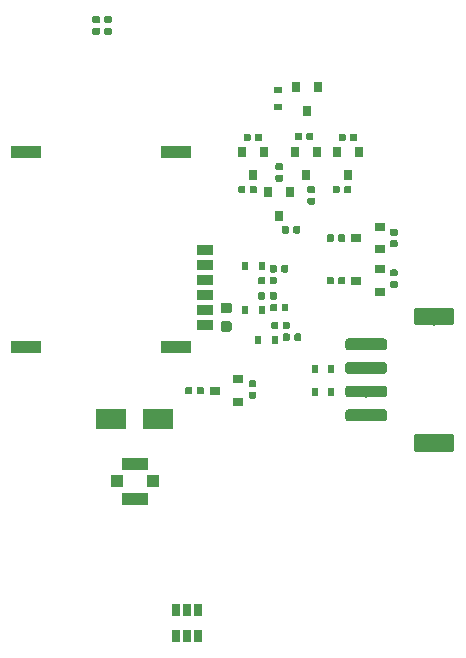
<source format=gbp>
G04 #@! TF.GenerationSoftware,KiCad,Pcbnew,(5.1.0-10-g6006703)*
G04 #@! TF.CreationDate,2019-04-13T18:37:01+08:00*
G04 #@! TF.ProjectId,cicada,63696361-6461-42e6-9b69-6361645f7063,0.1*
G04 #@! TF.SameCoordinates,PX7cee6c0PY3dfd240*
G04 #@! TF.FileFunction,Paste,Bot*
G04 #@! TF.FilePolarity,Positive*
%FSLAX46Y46*%
G04 Gerber Fmt 4.6, Leading zero omitted, Abs format (unit mm)*
G04 Created by KiCad (PCBNEW (5.1.0-10-g6006703)) date 2019-04-13 18:37:01*
%MOMM*%
%LPD*%
G04 APERTURE LIST*
%ADD10R,2.200000X1.050000*%
%ADD11R,1.000000X1.000000*%
%ADD12R,2.500000X1.800000*%
%ADD13C,0.150000*%
%ADD14C,1.500000*%
%ADD15C,1.000000*%
%ADD16C,0.590000*%
%ADD17R,0.650000X1.060000*%
%ADD18R,0.800000X0.900000*%
%ADD19R,0.900000X0.800000*%
%ADD20R,2.600000X1.100000*%
%ADD21R,1.350000X0.900000*%
%ADD22R,0.600000X0.700000*%
%ADD23R,0.700000X0.600000*%
%ADD24C,0.875000*%
G04 APERTURE END LIST*
D10*
X-9000000Y-39075000D03*
X-9000000Y-36125000D03*
D11*
X-7500000Y-37600000D03*
X-10500000Y-37600000D03*
D12*
X-11050000Y-32350000D03*
X-7050000Y-32350000D03*
D13*
G36*
X17774504Y-33601204D02*
G01*
X17798773Y-33604804D01*
X17822571Y-33610765D01*
X17845671Y-33619030D01*
X17867849Y-33629520D01*
X17888893Y-33642133D01*
X17908598Y-33656747D01*
X17926777Y-33673223D01*
X17943253Y-33691402D01*
X17957867Y-33711107D01*
X17970480Y-33732151D01*
X17980970Y-33754329D01*
X17989235Y-33777429D01*
X17995196Y-33801227D01*
X17998796Y-33825496D01*
X18000000Y-33850000D01*
X18000000Y-34850000D01*
X17998796Y-34874504D01*
X17995196Y-34898773D01*
X17989235Y-34922571D01*
X17980970Y-34945671D01*
X17970480Y-34967849D01*
X17957867Y-34988893D01*
X17943253Y-35008598D01*
X17926777Y-35026777D01*
X17908598Y-35043253D01*
X17888893Y-35057867D01*
X17867849Y-35070480D01*
X17845671Y-35080970D01*
X17822571Y-35089235D01*
X17798773Y-35095196D01*
X17774504Y-35098796D01*
X17750000Y-35100000D01*
X14850000Y-35100000D01*
X14825496Y-35098796D01*
X14801227Y-35095196D01*
X14777429Y-35089235D01*
X14754329Y-35080970D01*
X14732151Y-35070480D01*
X14711107Y-35057867D01*
X14691402Y-35043253D01*
X14673223Y-35026777D01*
X14656747Y-35008598D01*
X14642133Y-34988893D01*
X14629520Y-34967849D01*
X14619030Y-34945671D01*
X14610765Y-34922571D01*
X14604804Y-34898773D01*
X14601204Y-34874504D01*
X14600000Y-34850000D01*
X14600000Y-33850000D01*
X14601204Y-33825496D01*
X14604804Y-33801227D01*
X14610765Y-33777429D01*
X14619030Y-33754329D01*
X14629520Y-33732151D01*
X14642133Y-33711107D01*
X14656747Y-33691402D01*
X14673223Y-33673223D01*
X14691402Y-33656747D01*
X14711107Y-33642133D01*
X14732151Y-33629520D01*
X14754329Y-33619030D01*
X14777429Y-33610765D01*
X14801227Y-33604804D01*
X14825496Y-33601204D01*
X14850000Y-33600000D01*
X17750000Y-33600000D01*
X17774504Y-33601204D01*
X17774504Y-33601204D01*
G37*
D14*
X16300000Y-34350000D03*
D13*
G36*
X17774504Y-22901204D02*
G01*
X17798773Y-22904804D01*
X17822571Y-22910765D01*
X17845671Y-22919030D01*
X17867849Y-22929520D01*
X17888893Y-22942133D01*
X17908598Y-22956747D01*
X17926777Y-22973223D01*
X17943253Y-22991402D01*
X17957867Y-23011107D01*
X17970480Y-23032151D01*
X17980970Y-23054329D01*
X17989235Y-23077429D01*
X17995196Y-23101227D01*
X17998796Y-23125496D01*
X18000000Y-23150000D01*
X18000000Y-24150000D01*
X17998796Y-24174504D01*
X17995196Y-24198773D01*
X17989235Y-24222571D01*
X17980970Y-24245671D01*
X17970480Y-24267849D01*
X17957867Y-24288893D01*
X17943253Y-24308598D01*
X17926777Y-24326777D01*
X17908598Y-24343253D01*
X17888893Y-24357867D01*
X17867849Y-24370480D01*
X17845671Y-24380970D01*
X17822571Y-24389235D01*
X17798773Y-24395196D01*
X17774504Y-24398796D01*
X17750000Y-24400000D01*
X14850000Y-24400000D01*
X14825496Y-24398796D01*
X14801227Y-24395196D01*
X14777429Y-24389235D01*
X14754329Y-24380970D01*
X14732151Y-24370480D01*
X14711107Y-24357867D01*
X14691402Y-24343253D01*
X14673223Y-24326777D01*
X14656747Y-24308598D01*
X14642133Y-24288893D01*
X14629520Y-24267849D01*
X14619030Y-24245671D01*
X14610765Y-24222571D01*
X14604804Y-24198773D01*
X14601204Y-24174504D01*
X14600000Y-24150000D01*
X14600000Y-23150000D01*
X14601204Y-23125496D01*
X14604804Y-23101227D01*
X14610765Y-23077429D01*
X14619030Y-23054329D01*
X14629520Y-23032151D01*
X14642133Y-23011107D01*
X14656747Y-22991402D01*
X14673223Y-22973223D01*
X14691402Y-22956747D01*
X14711107Y-22942133D01*
X14732151Y-22929520D01*
X14754329Y-22919030D01*
X14777429Y-22910765D01*
X14801227Y-22904804D01*
X14825496Y-22901204D01*
X14850000Y-22900000D01*
X17750000Y-22900000D01*
X17774504Y-22901204D01*
X17774504Y-22901204D01*
G37*
D14*
X16300000Y-23650000D03*
D13*
G36*
X12074504Y-31501204D02*
G01*
X12098773Y-31504804D01*
X12122571Y-31510765D01*
X12145671Y-31519030D01*
X12167849Y-31529520D01*
X12188893Y-31542133D01*
X12208598Y-31556747D01*
X12226777Y-31573223D01*
X12243253Y-31591402D01*
X12257867Y-31611107D01*
X12270480Y-31632151D01*
X12280970Y-31654329D01*
X12289235Y-31677429D01*
X12295196Y-31701227D01*
X12298796Y-31725496D01*
X12300000Y-31750000D01*
X12300000Y-32250000D01*
X12298796Y-32274504D01*
X12295196Y-32298773D01*
X12289235Y-32322571D01*
X12280970Y-32345671D01*
X12270480Y-32367849D01*
X12257867Y-32388893D01*
X12243253Y-32408598D01*
X12226777Y-32426777D01*
X12208598Y-32443253D01*
X12188893Y-32457867D01*
X12167849Y-32470480D01*
X12145671Y-32480970D01*
X12122571Y-32489235D01*
X12098773Y-32495196D01*
X12074504Y-32498796D01*
X12050000Y-32500000D01*
X9050000Y-32500000D01*
X9025496Y-32498796D01*
X9001227Y-32495196D01*
X8977429Y-32489235D01*
X8954329Y-32480970D01*
X8932151Y-32470480D01*
X8911107Y-32457867D01*
X8891402Y-32443253D01*
X8873223Y-32426777D01*
X8856747Y-32408598D01*
X8842133Y-32388893D01*
X8829520Y-32367849D01*
X8819030Y-32345671D01*
X8810765Y-32322571D01*
X8804804Y-32298773D01*
X8801204Y-32274504D01*
X8800000Y-32250000D01*
X8800000Y-31750000D01*
X8801204Y-31725496D01*
X8804804Y-31701227D01*
X8810765Y-31677429D01*
X8819030Y-31654329D01*
X8829520Y-31632151D01*
X8842133Y-31611107D01*
X8856747Y-31591402D01*
X8873223Y-31573223D01*
X8891402Y-31556747D01*
X8911107Y-31542133D01*
X8932151Y-31529520D01*
X8954329Y-31519030D01*
X8977429Y-31510765D01*
X9001227Y-31504804D01*
X9025496Y-31501204D01*
X9050000Y-31500000D01*
X12050000Y-31500000D01*
X12074504Y-31501204D01*
X12074504Y-31501204D01*
G37*
D15*
X10550000Y-32000000D03*
D13*
G36*
X12074504Y-29501204D02*
G01*
X12098773Y-29504804D01*
X12122571Y-29510765D01*
X12145671Y-29519030D01*
X12167849Y-29529520D01*
X12188893Y-29542133D01*
X12208598Y-29556747D01*
X12226777Y-29573223D01*
X12243253Y-29591402D01*
X12257867Y-29611107D01*
X12270480Y-29632151D01*
X12280970Y-29654329D01*
X12289235Y-29677429D01*
X12295196Y-29701227D01*
X12298796Y-29725496D01*
X12300000Y-29750000D01*
X12300000Y-30250000D01*
X12298796Y-30274504D01*
X12295196Y-30298773D01*
X12289235Y-30322571D01*
X12280970Y-30345671D01*
X12270480Y-30367849D01*
X12257867Y-30388893D01*
X12243253Y-30408598D01*
X12226777Y-30426777D01*
X12208598Y-30443253D01*
X12188893Y-30457867D01*
X12167849Y-30470480D01*
X12145671Y-30480970D01*
X12122571Y-30489235D01*
X12098773Y-30495196D01*
X12074504Y-30498796D01*
X12050000Y-30500000D01*
X9050000Y-30500000D01*
X9025496Y-30498796D01*
X9001227Y-30495196D01*
X8977429Y-30489235D01*
X8954329Y-30480970D01*
X8932151Y-30470480D01*
X8911107Y-30457867D01*
X8891402Y-30443253D01*
X8873223Y-30426777D01*
X8856747Y-30408598D01*
X8842133Y-30388893D01*
X8829520Y-30367849D01*
X8819030Y-30345671D01*
X8810765Y-30322571D01*
X8804804Y-30298773D01*
X8801204Y-30274504D01*
X8800000Y-30250000D01*
X8800000Y-29750000D01*
X8801204Y-29725496D01*
X8804804Y-29701227D01*
X8810765Y-29677429D01*
X8819030Y-29654329D01*
X8829520Y-29632151D01*
X8842133Y-29611107D01*
X8856747Y-29591402D01*
X8873223Y-29573223D01*
X8891402Y-29556747D01*
X8911107Y-29542133D01*
X8932151Y-29529520D01*
X8954329Y-29519030D01*
X8977429Y-29510765D01*
X9001227Y-29504804D01*
X9025496Y-29501204D01*
X9050000Y-29500000D01*
X12050000Y-29500000D01*
X12074504Y-29501204D01*
X12074504Y-29501204D01*
G37*
D15*
X10550000Y-30000000D03*
D13*
G36*
X12074504Y-27501204D02*
G01*
X12098773Y-27504804D01*
X12122571Y-27510765D01*
X12145671Y-27519030D01*
X12167849Y-27529520D01*
X12188893Y-27542133D01*
X12208598Y-27556747D01*
X12226777Y-27573223D01*
X12243253Y-27591402D01*
X12257867Y-27611107D01*
X12270480Y-27632151D01*
X12280970Y-27654329D01*
X12289235Y-27677429D01*
X12295196Y-27701227D01*
X12298796Y-27725496D01*
X12300000Y-27750000D01*
X12300000Y-28250000D01*
X12298796Y-28274504D01*
X12295196Y-28298773D01*
X12289235Y-28322571D01*
X12280970Y-28345671D01*
X12270480Y-28367849D01*
X12257867Y-28388893D01*
X12243253Y-28408598D01*
X12226777Y-28426777D01*
X12208598Y-28443253D01*
X12188893Y-28457867D01*
X12167849Y-28470480D01*
X12145671Y-28480970D01*
X12122571Y-28489235D01*
X12098773Y-28495196D01*
X12074504Y-28498796D01*
X12050000Y-28500000D01*
X9050000Y-28500000D01*
X9025496Y-28498796D01*
X9001227Y-28495196D01*
X8977429Y-28489235D01*
X8954329Y-28480970D01*
X8932151Y-28470480D01*
X8911107Y-28457867D01*
X8891402Y-28443253D01*
X8873223Y-28426777D01*
X8856747Y-28408598D01*
X8842133Y-28388893D01*
X8829520Y-28367849D01*
X8819030Y-28345671D01*
X8810765Y-28322571D01*
X8804804Y-28298773D01*
X8801204Y-28274504D01*
X8800000Y-28250000D01*
X8800000Y-27750000D01*
X8801204Y-27725496D01*
X8804804Y-27701227D01*
X8810765Y-27677429D01*
X8819030Y-27654329D01*
X8829520Y-27632151D01*
X8842133Y-27611107D01*
X8856747Y-27591402D01*
X8873223Y-27573223D01*
X8891402Y-27556747D01*
X8911107Y-27542133D01*
X8932151Y-27529520D01*
X8954329Y-27519030D01*
X8977429Y-27510765D01*
X9001227Y-27504804D01*
X9025496Y-27501204D01*
X9050000Y-27500000D01*
X12050000Y-27500000D01*
X12074504Y-27501204D01*
X12074504Y-27501204D01*
G37*
D15*
X10550000Y-28000000D03*
D13*
G36*
X12074504Y-25501204D02*
G01*
X12098773Y-25504804D01*
X12122571Y-25510765D01*
X12145671Y-25519030D01*
X12167849Y-25529520D01*
X12188893Y-25542133D01*
X12208598Y-25556747D01*
X12226777Y-25573223D01*
X12243253Y-25591402D01*
X12257867Y-25611107D01*
X12270480Y-25632151D01*
X12280970Y-25654329D01*
X12289235Y-25677429D01*
X12295196Y-25701227D01*
X12298796Y-25725496D01*
X12300000Y-25750000D01*
X12300000Y-26250000D01*
X12298796Y-26274504D01*
X12295196Y-26298773D01*
X12289235Y-26322571D01*
X12280970Y-26345671D01*
X12270480Y-26367849D01*
X12257867Y-26388893D01*
X12243253Y-26408598D01*
X12226777Y-26426777D01*
X12208598Y-26443253D01*
X12188893Y-26457867D01*
X12167849Y-26470480D01*
X12145671Y-26480970D01*
X12122571Y-26489235D01*
X12098773Y-26495196D01*
X12074504Y-26498796D01*
X12050000Y-26500000D01*
X9050000Y-26500000D01*
X9025496Y-26498796D01*
X9001227Y-26495196D01*
X8977429Y-26489235D01*
X8954329Y-26480970D01*
X8932151Y-26470480D01*
X8911107Y-26457867D01*
X8891402Y-26443253D01*
X8873223Y-26426777D01*
X8856747Y-26408598D01*
X8842133Y-26388893D01*
X8829520Y-26367849D01*
X8819030Y-26345671D01*
X8810765Y-26322571D01*
X8804804Y-26298773D01*
X8801204Y-26274504D01*
X8800000Y-26250000D01*
X8800000Y-25750000D01*
X8801204Y-25725496D01*
X8804804Y-25701227D01*
X8810765Y-25677429D01*
X8819030Y-25654329D01*
X8829520Y-25632151D01*
X8842133Y-25611107D01*
X8856747Y-25591402D01*
X8873223Y-25573223D01*
X8891402Y-25556747D01*
X8911107Y-25542133D01*
X8932151Y-25529520D01*
X8954329Y-25519030D01*
X8977429Y-25510765D01*
X9001227Y-25504804D01*
X9025496Y-25501204D01*
X9050000Y-25500000D01*
X12050000Y-25500000D01*
X12074504Y-25501204D01*
X12074504Y-25501204D01*
G37*
D15*
X10550000Y-26000000D03*
D13*
G36*
X1161958Y-12580710D02*
G01*
X1176276Y-12582834D01*
X1190317Y-12586351D01*
X1203946Y-12591228D01*
X1217031Y-12597417D01*
X1229447Y-12604858D01*
X1241073Y-12613481D01*
X1251798Y-12623202D01*
X1261519Y-12633927D01*
X1270142Y-12645553D01*
X1277583Y-12657969D01*
X1283772Y-12671054D01*
X1288649Y-12684683D01*
X1292166Y-12698724D01*
X1294290Y-12713042D01*
X1295000Y-12727500D01*
X1295000Y-13072500D01*
X1294290Y-13086958D01*
X1292166Y-13101276D01*
X1288649Y-13115317D01*
X1283772Y-13128946D01*
X1277583Y-13142031D01*
X1270142Y-13154447D01*
X1261519Y-13166073D01*
X1251798Y-13176798D01*
X1241073Y-13186519D01*
X1229447Y-13195142D01*
X1217031Y-13202583D01*
X1203946Y-13208772D01*
X1190317Y-13213649D01*
X1176276Y-13217166D01*
X1161958Y-13219290D01*
X1147500Y-13220000D01*
X852500Y-13220000D01*
X838042Y-13219290D01*
X823724Y-13217166D01*
X809683Y-13213649D01*
X796054Y-13208772D01*
X782969Y-13202583D01*
X770553Y-13195142D01*
X758927Y-13186519D01*
X748202Y-13176798D01*
X738481Y-13166073D01*
X729858Y-13154447D01*
X722417Y-13142031D01*
X716228Y-13128946D01*
X711351Y-13115317D01*
X707834Y-13101276D01*
X705710Y-13086958D01*
X705000Y-13072500D01*
X705000Y-12727500D01*
X705710Y-12713042D01*
X707834Y-12698724D01*
X711351Y-12684683D01*
X716228Y-12671054D01*
X722417Y-12657969D01*
X729858Y-12645553D01*
X738481Y-12633927D01*
X748202Y-12623202D01*
X758927Y-12613481D01*
X770553Y-12604858D01*
X782969Y-12597417D01*
X796054Y-12591228D01*
X809683Y-12586351D01*
X823724Y-12582834D01*
X838042Y-12580710D01*
X852500Y-12580000D01*
X1147500Y-12580000D01*
X1161958Y-12580710D01*
X1161958Y-12580710D01*
G37*
D16*
X1000000Y-12900000D03*
D13*
G36*
X191958Y-12580710D02*
G01*
X206276Y-12582834D01*
X220317Y-12586351D01*
X233946Y-12591228D01*
X247031Y-12597417D01*
X259447Y-12604858D01*
X271073Y-12613481D01*
X281798Y-12623202D01*
X291519Y-12633927D01*
X300142Y-12645553D01*
X307583Y-12657969D01*
X313772Y-12671054D01*
X318649Y-12684683D01*
X322166Y-12698724D01*
X324290Y-12713042D01*
X325000Y-12727500D01*
X325000Y-13072500D01*
X324290Y-13086958D01*
X322166Y-13101276D01*
X318649Y-13115317D01*
X313772Y-13128946D01*
X307583Y-13142031D01*
X300142Y-13154447D01*
X291519Y-13166073D01*
X281798Y-13176798D01*
X271073Y-13186519D01*
X259447Y-13195142D01*
X247031Y-13202583D01*
X233946Y-13208772D01*
X220317Y-13213649D01*
X206276Y-13217166D01*
X191958Y-13219290D01*
X177500Y-13220000D01*
X-117500Y-13220000D01*
X-131958Y-13219290D01*
X-146276Y-13217166D01*
X-160317Y-13213649D01*
X-173946Y-13208772D01*
X-187031Y-13202583D01*
X-199447Y-13195142D01*
X-211073Y-13186519D01*
X-221798Y-13176798D01*
X-231519Y-13166073D01*
X-240142Y-13154447D01*
X-247583Y-13142031D01*
X-253772Y-13128946D01*
X-258649Y-13115317D01*
X-262166Y-13101276D01*
X-264290Y-13086958D01*
X-265000Y-13072500D01*
X-265000Y-12727500D01*
X-264290Y-12713042D01*
X-262166Y-12698724D01*
X-258649Y-12684683D01*
X-253772Y-12671054D01*
X-247583Y-12657969D01*
X-240142Y-12645553D01*
X-231519Y-12633927D01*
X-221798Y-12623202D01*
X-211073Y-12613481D01*
X-199447Y-12604858D01*
X-187031Y-12597417D01*
X-173946Y-12591228D01*
X-160317Y-12586351D01*
X-146276Y-12582834D01*
X-131958Y-12580710D01*
X-117500Y-12580000D01*
X177500Y-12580000D01*
X191958Y-12580710D01*
X191958Y-12580710D01*
G37*
D16*
X30000Y-12900000D03*
D13*
G36*
X1607619Y-8180710D02*
G01*
X1621937Y-8182834D01*
X1635978Y-8186351D01*
X1649607Y-8191228D01*
X1662692Y-8197417D01*
X1675108Y-8204858D01*
X1686734Y-8213481D01*
X1697459Y-8223202D01*
X1707180Y-8233927D01*
X1715803Y-8245553D01*
X1723244Y-8257969D01*
X1729433Y-8271054D01*
X1734310Y-8284683D01*
X1737827Y-8298724D01*
X1739951Y-8313042D01*
X1740661Y-8327500D01*
X1740661Y-8672500D01*
X1739951Y-8686958D01*
X1737827Y-8701276D01*
X1734310Y-8715317D01*
X1729433Y-8728946D01*
X1723244Y-8742031D01*
X1715803Y-8754447D01*
X1707180Y-8766073D01*
X1697459Y-8776798D01*
X1686734Y-8786519D01*
X1675108Y-8795142D01*
X1662692Y-8802583D01*
X1649607Y-8808772D01*
X1635978Y-8813649D01*
X1621937Y-8817166D01*
X1607619Y-8819290D01*
X1593161Y-8820000D01*
X1298161Y-8820000D01*
X1283703Y-8819290D01*
X1269385Y-8817166D01*
X1255344Y-8813649D01*
X1241715Y-8808772D01*
X1228630Y-8802583D01*
X1216214Y-8795142D01*
X1204588Y-8786519D01*
X1193863Y-8776798D01*
X1184142Y-8766073D01*
X1175519Y-8754447D01*
X1168078Y-8742031D01*
X1161889Y-8728946D01*
X1157012Y-8715317D01*
X1153495Y-8701276D01*
X1151371Y-8686958D01*
X1150661Y-8672500D01*
X1150661Y-8327500D01*
X1151371Y-8313042D01*
X1153495Y-8298724D01*
X1157012Y-8284683D01*
X1161889Y-8271054D01*
X1168078Y-8257969D01*
X1175519Y-8245553D01*
X1184142Y-8233927D01*
X1193863Y-8223202D01*
X1204588Y-8213481D01*
X1216214Y-8204858D01*
X1228630Y-8197417D01*
X1241715Y-8191228D01*
X1255344Y-8186351D01*
X1269385Y-8182834D01*
X1283703Y-8180710D01*
X1298161Y-8180000D01*
X1593161Y-8180000D01*
X1607619Y-8180710D01*
X1607619Y-8180710D01*
G37*
D16*
X1445661Y-8500000D03*
D13*
G36*
X637619Y-8180710D02*
G01*
X651937Y-8182834D01*
X665978Y-8186351D01*
X679607Y-8191228D01*
X692692Y-8197417D01*
X705108Y-8204858D01*
X716734Y-8213481D01*
X727459Y-8223202D01*
X737180Y-8233927D01*
X745803Y-8245553D01*
X753244Y-8257969D01*
X759433Y-8271054D01*
X764310Y-8284683D01*
X767827Y-8298724D01*
X769951Y-8313042D01*
X770661Y-8327500D01*
X770661Y-8672500D01*
X769951Y-8686958D01*
X767827Y-8701276D01*
X764310Y-8715317D01*
X759433Y-8728946D01*
X753244Y-8742031D01*
X745803Y-8754447D01*
X737180Y-8766073D01*
X727459Y-8776798D01*
X716734Y-8786519D01*
X705108Y-8795142D01*
X692692Y-8802583D01*
X679607Y-8808772D01*
X665978Y-8813649D01*
X651937Y-8817166D01*
X637619Y-8819290D01*
X623161Y-8820000D01*
X328161Y-8820000D01*
X313703Y-8819290D01*
X299385Y-8817166D01*
X285344Y-8813649D01*
X271715Y-8808772D01*
X258630Y-8802583D01*
X246214Y-8795142D01*
X234588Y-8786519D01*
X223863Y-8776798D01*
X214142Y-8766073D01*
X205519Y-8754447D01*
X198078Y-8742031D01*
X191889Y-8728946D01*
X187012Y-8715317D01*
X183495Y-8701276D01*
X181371Y-8686958D01*
X180661Y-8672500D01*
X180661Y-8327500D01*
X181371Y-8313042D01*
X183495Y-8298724D01*
X187012Y-8284683D01*
X191889Y-8271054D01*
X198078Y-8257969D01*
X205519Y-8245553D01*
X214142Y-8233927D01*
X223863Y-8223202D01*
X234588Y-8213481D01*
X246214Y-8204858D01*
X258630Y-8197417D01*
X271715Y-8191228D01*
X285344Y-8186351D01*
X299385Y-8182834D01*
X313703Y-8180710D01*
X328161Y-8180000D01*
X623161Y-8180000D01*
X637619Y-8180710D01*
X637619Y-8180710D01*
G37*
D16*
X475661Y-8500000D03*
D13*
G36*
X9146958Y-12580710D02*
G01*
X9161276Y-12582834D01*
X9175317Y-12586351D01*
X9188946Y-12591228D01*
X9202031Y-12597417D01*
X9214447Y-12604858D01*
X9226073Y-12613481D01*
X9236798Y-12623202D01*
X9246519Y-12633927D01*
X9255142Y-12645553D01*
X9262583Y-12657969D01*
X9268772Y-12671054D01*
X9273649Y-12684683D01*
X9277166Y-12698724D01*
X9279290Y-12713042D01*
X9280000Y-12727500D01*
X9280000Y-13072500D01*
X9279290Y-13086958D01*
X9277166Y-13101276D01*
X9273649Y-13115317D01*
X9268772Y-13128946D01*
X9262583Y-13142031D01*
X9255142Y-13154447D01*
X9246519Y-13166073D01*
X9236798Y-13176798D01*
X9226073Y-13186519D01*
X9214447Y-13195142D01*
X9202031Y-13202583D01*
X9188946Y-13208772D01*
X9175317Y-13213649D01*
X9161276Y-13217166D01*
X9146958Y-13219290D01*
X9132500Y-13220000D01*
X8837500Y-13220000D01*
X8823042Y-13219290D01*
X8808724Y-13217166D01*
X8794683Y-13213649D01*
X8781054Y-13208772D01*
X8767969Y-13202583D01*
X8755553Y-13195142D01*
X8743927Y-13186519D01*
X8733202Y-13176798D01*
X8723481Y-13166073D01*
X8714858Y-13154447D01*
X8707417Y-13142031D01*
X8701228Y-13128946D01*
X8696351Y-13115317D01*
X8692834Y-13101276D01*
X8690710Y-13086958D01*
X8690000Y-13072500D01*
X8690000Y-12727500D01*
X8690710Y-12713042D01*
X8692834Y-12698724D01*
X8696351Y-12684683D01*
X8701228Y-12671054D01*
X8707417Y-12657969D01*
X8714858Y-12645553D01*
X8723481Y-12633927D01*
X8733202Y-12623202D01*
X8743927Y-12613481D01*
X8755553Y-12604858D01*
X8767969Y-12597417D01*
X8781054Y-12591228D01*
X8794683Y-12586351D01*
X8808724Y-12582834D01*
X8823042Y-12580710D01*
X8837500Y-12580000D01*
X9132500Y-12580000D01*
X9146958Y-12580710D01*
X9146958Y-12580710D01*
G37*
D16*
X8985000Y-12900000D03*
D13*
G36*
X8176958Y-12580710D02*
G01*
X8191276Y-12582834D01*
X8205317Y-12586351D01*
X8218946Y-12591228D01*
X8232031Y-12597417D01*
X8244447Y-12604858D01*
X8256073Y-12613481D01*
X8266798Y-12623202D01*
X8276519Y-12633927D01*
X8285142Y-12645553D01*
X8292583Y-12657969D01*
X8298772Y-12671054D01*
X8303649Y-12684683D01*
X8307166Y-12698724D01*
X8309290Y-12713042D01*
X8310000Y-12727500D01*
X8310000Y-13072500D01*
X8309290Y-13086958D01*
X8307166Y-13101276D01*
X8303649Y-13115317D01*
X8298772Y-13128946D01*
X8292583Y-13142031D01*
X8285142Y-13154447D01*
X8276519Y-13166073D01*
X8266798Y-13176798D01*
X8256073Y-13186519D01*
X8244447Y-13195142D01*
X8232031Y-13202583D01*
X8218946Y-13208772D01*
X8205317Y-13213649D01*
X8191276Y-13217166D01*
X8176958Y-13219290D01*
X8162500Y-13220000D01*
X7867500Y-13220000D01*
X7853042Y-13219290D01*
X7838724Y-13217166D01*
X7824683Y-13213649D01*
X7811054Y-13208772D01*
X7797969Y-13202583D01*
X7785553Y-13195142D01*
X7773927Y-13186519D01*
X7763202Y-13176798D01*
X7753481Y-13166073D01*
X7744858Y-13154447D01*
X7737417Y-13142031D01*
X7731228Y-13128946D01*
X7726351Y-13115317D01*
X7722834Y-13101276D01*
X7720710Y-13086958D01*
X7720000Y-13072500D01*
X7720000Y-12727500D01*
X7720710Y-12713042D01*
X7722834Y-12698724D01*
X7726351Y-12684683D01*
X7731228Y-12671054D01*
X7737417Y-12657969D01*
X7744858Y-12645553D01*
X7753481Y-12633927D01*
X7763202Y-12623202D01*
X7773927Y-12613481D01*
X7785553Y-12604858D01*
X7797969Y-12597417D01*
X7811054Y-12591228D01*
X7824683Y-12586351D01*
X7838724Y-12582834D01*
X7853042Y-12580710D01*
X7867500Y-12580000D01*
X8162500Y-12580000D01*
X8176958Y-12580710D01*
X8176958Y-12580710D01*
G37*
D16*
X8015000Y-12900000D03*
D13*
G36*
X9646958Y-8180710D02*
G01*
X9661276Y-8182834D01*
X9675317Y-8186351D01*
X9688946Y-8191228D01*
X9702031Y-8197417D01*
X9714447Y-8204858D01*
X9726073Y-8213481D01*
X9736798Y-8223202D01*
X9746519Y-8233927D01*
X9755142Y-8245553D01*
X9762583Y-8257969D01*
X9768772Y-8271054D01*
X9773649Y-8284683D01*
X9777166Y-8298724D01*
X9779290Y-8313042D01*
X9780000Y-8327500D01*
X9780000Y-8672500D01*
X9779290Y-8686958D01*
X9777166Y-8701276D01*
X9773649Y-8715317D01*
X9768772Y-8728946D01*
X9762583Y-8742031D01*
X9755142Y-8754447D01*
X9746519Y-8766073D01*
X9736798Y-8776798D01*
X9726073Y-8786519D01*
X9714447Y-8795142D01*
X9702031Y-8802583D01*
X9688946Y-8808772D01*
X9675317Y-8813649D01*
X9661276Y-8817166D01*
X9646958Y-8819290D01*
X9632500Y-8820000D01*
X9337500Y-8820000D01*
X9323042Y-8819290D01*
X9308724Y-8817166D01*
X9294683Y-8813649D01*
X9281054Y-8808772D01*
X9267969Y-8802583D01*
X9255553Y-8795142D01*
X9243927Y-8786519D01*
X9233202Y-8776798D01*
X9223481Y-8766073D01*
X9214858Y-8754447D01*
X9207417Y-8742031D01*
X9201228Y-8728946D01*
X9196351Y-8715317D01*
X9192834Y-8701276D01*
X9190710Y-8686958D01*
X9190000Y-8672500D01*
X9190000Y-8327500D01*
X9190710Y-8313042D01*
X9192834Y-8298724D01*
X9196351Y-8284683D01*
X9201228Y-8271054D01*
X9207417Y-8257969D01*
X9214858Y-8245553D01*
X9223481Y-8233927D01*
X9233202Y-8223202D01*
X9243927Y-8213481D01*
X9255553Y-8204858D01*
X9267969Y-8197417D01*
X9281054Y-8191228D01*
X9294683Y-8186351D01*
X9308724Y-8182834D01*
X9323042Y-8180710D01*
X9337500Y-8180000D01*
X9632500Y-8180000D01*
X9646958Y-8180710D01*
X9646958Y-8180710D01*
G37*
D16*
X9485000Y-8500000D03*
D13*
G36*
X8676958Y-8180710D02*
G01*
X8691276Y-8182834D01*
X8705317Y-8186351D01*
X8718946Y-8191228D01*
X8732031Y-8197417D01*
X8744447Y-8204858D01*
X8756073Y-8213481D01*
X8766798Y-8223202D01*
X8776519Y-8233927D01*
X8785142Y-8245553D01*
X8792583Y-8257969D01*
X8798772Y-8271054D01*
X8803649Y-8284683D01*
X8807166Y-8298724D01*
X8809290Y-8313042D01*
X8810000Y-8327500D01*
X8810000Y-8672500D01*
X8809290Y-8686958D01*
X8807166Y-8701276D01*
X8803649Y-8715317D01*
X8798772Y-8728946D01*
X8792583Y-8742031D01*
X8785142Y-8754447D01*
X8776519Y-8766073D01*
X8766798Y-8776798D01*
X8756073Y-8786519D01*
X8744447Y-8795142D01*
X8732031Y-8802583D01*
X8718946Y-8808772D01*
X8705317Y-8813649D01*
X8691276Y-8817166D01*
X8676958Y-8819290D01*
X8662500Y-8820000D01*
X8367500Y-8820000D01*
X8353042Y-8819290D01*
X8338724Y-8817166D01*
X8324683Y-8813649D01*
X8311054Y-8808772D01*
X8297969Y-8802583D01*
X8285553Y-8795142D01*
X8273927Y-8786519D01*
X8263202Y-8776798D01*
X8253481Y-8766073D01*
X8244858Y-8754447D01*
X8237417Y-8742031D01*
X8231228Y-8728946D01*
X8226351Y-8715317D01*
X8222834Y-8701276D01*
X8220710Y-8686958D01*
X8220000Y-8672500D01*
X8220000Y-8327500D01*
X8220710Y-8313042D01*
X8222834Y-8298724D01*
X8226351Y-8284683D01*
X8231228Y-8271054D01*
X8237417Y-8257969D01*
X8244858Y-8245553D01*
X8253481Y-8233927D01*
X8263202Y-8223202D01*
X8273927Y-8213481D01*
X8285553Y-8204858D01*
X8297969Y-8197417D01*
X8311054Y-8191228D01*
X8324683Y-8186351D01*
X8338724Y-8182834D01*
X8353042Y-8180710D01*
X8367500Y-8180000D01*
X8662500Y-8180000D01*
X8676958Y-8180710D01*
X8676958Y-8180710D01*
G37*
D16*
X8515000Y-8500000D03*
D13*
G36*
X3876958Y-15980710D02*
G01*
X3891276Y-15982834D01*
X3905317Y-15986351D01*
X3918946Y-15991228D01*
X3932031Y-15997417D01*
X3944447Y-16004858D01*
X3956073Y-16013481D01*
X3966798Y-16023202D01*
X3976519Y-16033927D01*
X3985142Y-16045553D01*
X3992583Y-16057969D01*
X3998772Y-16071054D01*
X4003649Y-16084683D01*
X4007166Y-16098724D01*
X4009290Y-16113042D01*
X4010000Y-16127500D01*
X4010000Y-16472500D01*
X4009290Y-16486958D01*
X4007166Y-16501276D01*
X4003649Y-16515317D01*
X3998772Y-16528946D01*
X3992583Y-16542031D01*
X3985142Y-16554447D01*
X3976519Y-16566073D01*
X3966798Y-16576798D01*
X3956073Y-16586519D01*
X3944447Y-16595142D01*
X3932031Y-16602583D01*
X3918946Y-16608772D01*
X3905317Y-16613649D01*
X3891276Y-16617166D01*
X3876958Y-16619290D01*
X3862500Y-16620000D01*
X3567500Y-16620000D01*
X3553042Y-16619290D01*
X3538724Y-16617166D01*
X3524683Y-16613649D01*
X3511054Y-16608772D01*
X3497969Y-16602583D01*
X3485553Y-16595142D01*
X3473927Y-16586519D01*
X3463202Y-16576798D01*
X3453481Y-16566073D01*
X3444858Y-16554447D01*
X3437417Y-16542031D01*
X3431228Y-16528946D01*
X3426351Y-16515317D01*
X3422834Y-16501276D01*
X3420710Y-16486958D01*
X3420000Y-16472500D01*
X3420000Y-16127500D01*
X3420710Y-16113042D01*
X3422834Y-16098724D01*
X3426351Y-16084683D01*
X3431228Y-16071054D01*
X3437417Y-16057969D01*
X3444858Y-16045553D01*
X3453481Y-16033927D01*
X3463202Y-16023202D01*
X3473927Y-16013481D01*
X3485553Y-16004858D01*
X3497969Y-15997417D01*
X3511054Y-15991228D01*
X3524683Y-15986351D01*
X3538724Y-15982834D01*
X3553042Y-15980710D01*
X3567500Y-15980000D01*
X3862500Y-15980000D01*
X3876958Y-15980710D01*
X3876958Y-15980710D01*
G37*
D16*
X3715000Y-16300000D03*
D13*
G36*
X4846958Y-15980710D02*
G01*
X4861276Y-15982834D01*
X4875317Y-15986351D01*
X4888946Y-15991228D01*
X4902031Y-15997417D01*
X4914447Y-16004858D01*
X4926073Y-16013481D01*
X4936798Y-16023202D01*
X4946519Y-16033927D01*
X4955142Y-16045553D01*
X4962583Y-16057969D01*
X4968772Y-16071054D01*
X4973649Y-16084683D01*
X4977166Y-16098724D01*
X4979290Y-16113042D01*
X4980000Y-16127500D01*
X4980000Y-16472500D01*
X4979290Y-16486958D01*
X4977166Y-16501276D01*
X4973649Y-16515317D01*
X4968772Y-16528946D01*
X4962583Y-16542031D01*
X4955142Y-16554447D01*
X4946519Y-16566073D01*
X4936798Y-16576798D01*
X4926073Y-16586519D01*
X4914447Y-16595142D01*
X4902031Y-16602583D01*
X4888946Y-16608772D01*
X4875317Y-16613649D01*
X4861276Y-16617166D01*
X4846958Y-16619290D01*
X4832500Y-16620000D01*
X4537500Y-16620000D01*
X4523042Y-16619290D01*
X4508724Y-16617166D01*
X4494683Y-16613649D01*
X4481054Y-16608772D01*
X4467969Y-16602583D01*
X4455553Y-16595142D01*
X4443927Y-16586519D01*
X4433202Y-16576798D01*
X4423481Y-16566073D01*
X4414858Y-16554447D01*
X4407417Y-16542031D01*
X4401228Y-16528946D01*
X4396351Y-16515317D01*
X4392834Y-16501276D01*
X4390710Y-16486958D01*
X4390000Y-16472500D01*
X4390000Y-16127500D01*
X4390710Y-16113042D01*
X4392834Y-16098724D01*
X4396351Y-16084683D01*
X4401228Y-16071054D01*
X4407417Y-16057969D01*
X4414858Y-16045553D01*
X4423481Y-16033927D01*
X4433202Y-16023202D01*
X4443927Y-16013481D01*
X4455553Y-16004858D01*
X4467969Y-15997417D01*
X4481054Y-15991228D01*
X4494683Y-15986351D01*
X4508724Y-15982834D01*
X4523042Y-15980710D01*
X4537500Y-15980000D01*
X4832500Y-15980000D01*
X4846958Y-15980710D01*
X4846958Y-15980710D01*
G37*
D16*
X4685000Y-16300000D03*
D13*
G36*
X3386958Y-10670710D02*
G01*
X3401276Y-10672834D01*
X3415317Y-10676351D01*
X3428946Y-10681228D01*
X3442031Y-10687417D01*
X3454447Y-10694858D01*
X3466073Y-10703481D01*
X3476798Y-10713202D01*
X3486519Y-10723927D01*
X3495142Y-10735553D01*
X3502583Y-10747969D01*
X3508772Y-10761054D01*
X3513649Y-10774683D01*
X3517166Y-10788724D01*
X3519290Y-10803042D01*
X3520000Y-10817500D01*
X3520000Y-11112500D01*
X3519290Y-11126958D01*
X3517166Y-11141276D01*
X3513649Y-11155317D01*
X3508772Y-11168946D01*
X3502583Y-11182031D01*
X3495142Y-11194447D01*
X3486519Y-11206073D01*
X3476798Y-11216798D01*
X3466073Y-11226519D01*
X3454447Y-11235142D01*
X3442031Y-11242583D01*
X3428946Y-11248772D01*
X3415317Y-11253649D01*
X3401276Y-11257166D01*
X3386958Y-11259290D01*
X3372500Y-11260000D01*
X3027500Y-11260000D01*
X3013042Y-11259290D01*
X2998724Y-11257166D01*
X2984683Y-11253649D01*
X2971054Y-11248772D01*
X2957969Y-11242583D01*
X2945553Y-11235142D01*
X2933927Y-11226519D01*
X2923202Y-11216798D01*
X2913481Y-11206073D01*
X2904858Y-11194447D01*
X2897417Y-11182031D01*
X2891228Y-11168946D01*
X2886351Y-11155317D01*
X2882834Y-11141276D01*
X2880710Y-11126958D01*
X2880000Y-11112500D01*
X2880000Y-10817500D01*
X2880710Y-10803042D01*
X2882834Y-10788724D01*
X2886351Y-10774683D01*
X2891228Y-10761054D01*
X2897417Y-10747969D01*
X2904858Y-10735553D01*
X2913481Y-10723927D01*
X2923202Y-10713202D01*
X2933927Y-10703481D01*
X2945553Y-10694858D01*
X2957969Y-10687417D01*
X2971054Y-10681228D01*
X2984683Y-10676351D01*
X2998724Y-10672834D01*
X3013042Y-10670710D01*
X3027500Y-10670000D01*
X3372500Y-10670000D01*
X3386958Y-10670710D01*
X3386958Y-10670710D01*
G37*
D16*
X3200000Y-10965000D03*
D13*
G36*
X3386958Y-11640710D02*
G01*
X3401276Y-11642834D01*
X3415317Y-11646351D01*
X3428946Y-11651228D01*
X3442031Y-11657417D01*
X3454447Y-11664858D01*
X3466073Y-11673481D01*
X3476798Y-11683202D01*
X3486519Y-11693927D01*
X3495142Y-11705553D01*
X3502583Y-11717969D01*
X3508772Y-11731054D01*
X3513649Y-11744683D01*
X3517166Y-11758724D01*
X3519290Y-11773042D01*
X3520000Y-11787500D01*
X3520000Y-12082500D01*
X3519290Y-12096958D01*
X3517166Y-12111276D01*
X3513649Y-12125317D01*
X3508772Y-12138946D01*
X3502583Y-12152031D01*
X3495142Y-12164447D01*
X3486519Y-12176073D01*
X3476798Y-12186798D01*
X3466073Y-12196519D01*
X3454447Y-12205142D01*
X3442031Y-12212583D01*
X3428946Y-12218772D01*
X3415317Y-12223649D01*
X3401276Y-12227166D01*
X3386958Y-12229290D01*
X3372500Y-12230000D01*
X3027500Y-12230000D01*
X3013042Y-12229290D01*
X2998724Y-12227166D01*
X2984683Y-12223649D01*
X2971054Y-12218772D01*
X2957969Y-12212583D01*
X2945553Y-12205142D01*
X2933927Y-12196519D01*
X2923202Y-12186798D01*
X2913481Y-12176073D01*
X2904858Y-12164447D01*
X2897417Y-12152031D01*
X2891228Y-12138946D01*
X2886351Y-12125317D01*
X2882834Y-12111276D01*
X2880710Y-12096958D01*
X2880000Y-12082500D01*
X2880000Y-11787500D01*
X2880710Y-11773042D01*
X2882834Y-11758724D01*
X2886351Y-11744683D01*
X2891228Y-11731054D01*
X2897417Y-11717969D01*
X2904858Y-11705553D01*
X2913481Y-11693927D01*
X2923202Y-11683202D01*
X2933927Y-11673481D01*
X2945553Y-11664858D01*
X2957969Y-11657417D01*
X2971054Y-11651228D01*
X2984683Y-11646351D01*
X2998724Y-11642834D01*
X3013042Y-11640710D01*
X3027500Y-11640000D01*
X3372500Y-11640000D01*
X3386958Y-11640710D01*
X3386958Y-11640710D01*
G37*
D16*
X3200000Y-11935000D03*
D13*
G36*
X6086958Y-12605710D02*
G01*
X6101276Y-12607834D01*
X6115317Y-12611351D01*
X6128946Y-12616228D01*
X6142031Y-12622417D01*
X6154447Y-12629858D01*
X6166073Y-12638481D01*
X6176798Y-12648202D01*
X6186519Y-12658927D01*
X6195142Y-12670553D01*
X6202583Y-12682969D01*
X6208772Y-12696054D01*
X6213649Y-12709683D01*
X6217166Y-12723724D01*
X6219290Y-12738042D01*
X6220000Y-12752500D01*
X6220000Y-13047500D01*
X6219290Y-13061958D01*
X6217166Y-13076276D01*
X6213649Y-13090317D01*
X6208772Y-13103946D01*
X6202583Y-13117031D01*
X6195142Y-13129447D01*
X6186519Y-13141073D01*
X6176798Y-13151798D01*
X6166073Y-13161519D01*
X6154447Y-13170142D01*
X6142031Y-13177583D01*
X6128946Y-13183772D01*
X6115317Y-13188649D01*
X6101276Y-13192166D01*
X6086958Y-13194290D01*
X6072500Y-13195000D01*
X5727500Y-13195000D01*
X5713042Y-13194290D01*
X5698724Y-13192166D01*
X5684683Y-13188649D01*
X5671054Y-13183772D01*
X5657969Y-13177583D01*
X5645553Y-13170142D01*
X5633927Y-13161519D01*
X5623202Y-13151798D01*
X5613481Y-13141073D01*
X5604858Y-13129447D01*
X5597417Y-13117031D01*
X5591228Y-13103946D01*
X5586351Y-13090317D01*
X5582834Y-13076276D01*
X5580710Y-13061958D01*
X5580000Y-13047500D01*
X5580000Y-12752500D01*
X5580710Y-12738042D01*
X5582834Y-12723724D01*
X5586351Y-12709683D01*
X5591228Y-12696054D01*
X5597417Y-12682969D01*
X5604858Y-12670553D01*
X5613481Y-12658927D01*
X5623202Y-12648202D01*
X5633927Y-12638481D01*
X5645553Y-12629858D01*
X5657969Y-12622417D01*
X5671054Y-12616228D01*
X5684683Y-12611351D01*
X5698724Y-12607834D01*
X5713042Y-12605710D01*
X5727500Y-12605000D01*
X6072500Y-12605000D01*
X6086958Y-12605710D01*
X6086958Y-12605710D01*
G37*
D16*
X5900000Y-12900000D03*
D13*
G36*
X6086958Y-13575710D02*
G01*
X6101276Y-13577834D01*
X6115317Y-13581351D01*
X6128946Y-13586228D01*
X6142031Y-13592417D01*
X6154447Y-13599858D01*
X6166073Y-13608481D01*
X6176798Y-13618202D01*
X6186519Y-13628927D01*
X6195142Y-13640553D01*
X6202583Y-13652969D01*
X6208772Y-13666054D01*
X6213649Y-13679683D01*
X6217166Y-13693724D01*
X6219290Y-13708042D01*
X6220000Y-13722500D01*
X6220000Y-14017500D01*
X6219290Y-14031958D01*
X6217166Y-14046276D01*
X6213649Y-14060317D01*
X6208772Y-14073946D01*
X6202583Y-14087031D01*
X6195142Y-14099447D01*
X6186519Y-14111073D01*
X6176798Y-14121798D01*
X6166073Y-14131519D01*
X6154447Y-14140142D01*
X6142031Y-14147583D01*
X6128946Y-14153772D01*
X6115317Y-14158649D01*
X6101276Y-14162166D01*
X6086958Y-14164290D01*
X6072500Y-14165000D01*
X5727500Y-14165000D01*
X5713042Y-14164290D01*
X5698724Y-14162166D01*
X5684683Y-14158649D01*
X5671054Y-14153772D01*
X5657969Y-14147583D01*
X5645553Y-14140142D01*
X5633927Y-14131519D01*
X5623202Y-14121798D01*
X5613481Y-14111073D01*
X5604858Y-14099447D01*
X5597417Y-14087031D01*
X5591228Y-14073946D01*
X5586351Y-14060317D01*
X5582834Y-14046276D01*
X5580710Y-14031958D01*
X5580000Y-14017500D01*
X5580000Y-13722500D01*
X5580710Y-13708042D01*
X5582834Y-13693724D01*
X5586351Y-13679683D01*
X5591228Y-13666054D01*
X5597417Y-13652969D01*
X5604858Y-13640553D01*
X5613481Y-13628927D01*
X5623202Y-13618202D01*
X5633927Y-13608481D01*
X5645553Y-13599858D01*
X5657969Y-13592417D01*
X5671054Y-13586228D01*
X5684683Y-13581351D01*
X5698724Y-13577834D01*
X5713042Y-13575710D01*
X5727500Y-13575000D01*
X6072500Y-13575000D01*
X6086958Y-13575710D01*
X6086958Y-13575710D01*
G37*
D16*
X5900000Y-13870000D03*
D13*
G36*
X5946958Y-8080710D02*
G01*
X5961276Y-8082834D01*
X5975317Y-8086351D01*
X5988946Y-8091228D01*
X6002031Y-8097417D01*
X6014447Y-8104858D01*
X6026073Y-8113481D01*
X6036798Y-8123202D01*
X6046519Y-8133927D01*
X6055142Y-8145553D01*
X6062583Y-8157969D01*
X6068772Y-8171054D01*
X6073649Y-8184683D01*
X6077166Y-8198724D01*
X6079290Y-8213042D01*
X6080000Y-8227500D01*
X6080000Y-8572500D01*
X6079290Y-8586958D01*
X6077166Y-8601276D01*
X6073649Y-8615317D01*
X6068772Y-8628946D01*
X6062583Y-8642031D01*
X6055142Y-8654447D01*
X6046519Y-8666073D01*
X6036798Y-8676798D01*
X6026073Y-8686519D01*
X6014447Y-8695142D01*
X6002031Y-8702583D01*
X5988946Y-8708772D01*
X5975317Y-8713649D01*
X5961276Y-8717166D01*
X5946958Y-8719290D01*
X5932500Y-8720000D01*
X5637500Y-8720000D01*
X5623042Y-8719290D01*
X5608724Y-8717166D01*
X5594683Y-8713649D01*
X5581054Y-8708772D01*
X5567969Y-8702583D01*
X5555553Y-8695142D01*
X5543927Y-8686519D01*
X5533202Y-8676798D01*
X5523481Y-8666073D01*
X5514858Y-8654447D01*
X5507417Y-8642031D01*
X5501228Y-8628946D01*
X5496351Y-8615317D01*
X5492834Y-8601276D01*
X5490710Y-8586958D01*
X5490000Y-8572500D01*
X5490000Y-8227500D01*
X5490710Y-8213042D01*
X5492834Y-8198724D01*
X5496351Y-8184683D01*
X5501228Y-8171054D01*
X5507417Y-8157969D01*
X5514858Y-8145553D01*
X5523481Y-8133927D01*
X5533202Y-8123202D01*
X5543927Y-8113481D01*
X5555553Y-8104858D01*
X5567969Y-8097417D01*
X5581054Y-8091228D01*
X5594683Y-8086351D01*
X5608724Y-8082834D01*
X5623042Y-8080710D01*
X5637500Y-8080000D01*
X5932500Y-8080000D01*
X5946958Y-8080710D01*
X5946958Y-8080710D01*
G37*
D16*
X5785000Y-8400000D03*
D13*
G36*
X4976958Y-8080710D02*
G01*
X4991276Y-8082834D01*
X5005317Y-8086351D01*
X5018946Y-8091228D01*
X5032031Y-8097417D01*
X5044447Y-8104858D01*
X5056073Y-8113481D01*
X5066798Y-8123202D01*
X5076519Y-8133927D01*
X5085142Y-8145553D01*
X5092583Y-8157969D01*
X5098772Y-8171054D01*
X5103649Y-8184683D01*
X5107166Y-8198724D01*
X5109290Y-8213042D01*
X5110000Y-8227500D01*
X5110000Y-8572500D01*
X5109290Y-8586958D01*
X5107166Y-8601276D01*
X5103649Y-8615317D01*
X5098772Y-8628946D01*
X5092583Y-8642031D01*
X5085142Y-8654447D01*
X5076519Y-8666073D01*
X5066798Y-8676798D01*
X5056073Y-8686519D01*
X5044447Y-8695142D01*
X5032031Y-8702583D01*
X5018946Y-8708772D01*
X5005317Y-8713649D01*
X4991276Y-8717166D01*
X4976958Y-8719290D01*
X4962500Y-8720000D01*
X4667500Y-8720000D01*
X4653042Y-8719290D01*
X4638724Y-8717166D01*
X4624683Y-8713649D01*
X4611054Y-8708772D01*
X4597969Y-8702583D01*
X4585553Y-8695142D01*
X4573927Y-8686519D01*
X4563202Y-8676798D01*
X4553481Y-8666073D01*
X4544858Y-8654447D01*
X4537417Y-8642031D01*
X4531228Y-8628946D01*
X4526351Y-8615317D01*
X4522834Y-8601276D01*
X4520710Y-8586958D01*
X4520000Y-8572500D01*
X4520000Y-8227500D01*
X4520710Y-8213042D01*
X4522834Y-8198724D01*
X4526351Y-8184683D01*
X4531228Y-8171054D01*
X4537417Y-8157969D01*
X4544858Y-8145553D01*
X4553481Y-8133927D01*
X4563202Y-8123202D01*
X4573927Y-8113481D01*
X4585553Y-8104858D01*
X4597969Y-8097417D01*
X4611054Y-8091228D01*
X4624683Y-8086351D01*
X4638724Y-8082834D01*
X4653042Y-8080710D01*
X4667500Y-8080000D01*
X4962500Y-8080000D01*
X4976958Y-8080710D01*
X4976958Y-8080710D01*
G37*
D16*
X4815000Y-8400000D03*
D13*
G36*
X1112084Y-30012893D02*
G01*
X1126402Y-30015017D01*
X1140443Y-30018534D01*
X1154072Y-30023411D01*
X1167157Y-30029600D01*
X1179573Y-30037041D01*
X1191199Y-30045664D01*
X1201924Y-30055385D01*
X1211645Y-30066110D01*
X1220268Y-30077736D01*
X1227709Y-30090152D01*
X1233898Y-30103237D01*
X1238775Y-30116866D01*
X1242292Y-30130907D01*
X1244416Y-30145225D01*
X1245126Y-30159683D01*
X1245126Y-30454683D01*
X1244416Y-30469141D01*
X1242292Y-30483459D01*
X1238775Y-30497500D01*
X1233898Y-30511129D01*
X1227709Y-30524214D01*
X1220268Y-30536630D01*
X1211645Y-30548256D01*
X1201924Y-30558981D01*
X1191199Y-30568702D01*
X1179573Y-30577325D01*
X1167157Y-30584766D01*
X1154072Y-30590955D01*
X1140443Y-30595832D01*
X1126402Y-30599349D01*
X1112084Y-30601473D01*
X1097626Y-30602183D01*
X752626Y-30602183D01*
X738168Y-30601473D01*
X723850Y-30599349D01*
X709809Y-30595832D01*
X696180Y-30590955D01*
X683095Y-30584766D01*
X670679Y-30577325D01*
X659053Y-30568702D01*
X648328Y-30558981D01*
X638607Y-30548256D01*
X629984Y-30536630D01*
X622543Y-30524214D01*
X616354Y-30511129D01*
X611477Y-30497500D01*
X607960Y-30483459D01*
X605836Y-30469141D01*
X605126Y-30454683D01*
X605126Y-30159683D01*
X605836Y-30145225D01*
X607960Y-30130907D01*
X611477Y-30116866D01*
X616354Y-30103237D01*
X622543Y-30090152D01*
X629984Y-30077736D01*
X638607Y-30066110D01*
X648328Y-30055385D01*
X659053Y-30045664D01*
X670679Y-30037041D01*
X683095Y-30029600D01*
X696180Y-30023411D01*
X709809Y-30018534D01*
X723850Y-30015017D01*
X738168Y-30012893D01*
X752626Y-30012183D01*
X1097626Y-30012183D01*
X1112084Y-30012893D01*
X1112084Y-30012893D01*
G37*
D16*
X925126Y-30307183D03*
D13*
G36*
X1112084Y-29042893D02*
G01*
X1126402Y-29045017D01*
X1140443Y-29048534D01*
X1154072Y-29053411D01*
X1167157Y-29059600D01*
X1179573Y-29067041D01*
X1191199Y-29075664D01*
X1201924Y-29085385D01*
X1211645Y-29096110D01*
X1220268Y-29107736D01*
X1227709Y-29120152D01*
X1233898Y-29133237D01*
X1238775Y-29146866D01*
X1242292Y-29160907D01*
X1244416Y-29175225D01*
X1245126Y-29189683D01*
X1245126Y-29484683D01*
X1244416Y-29499141D01*
X1242292Y-29513459D01*
X1238775Y-29527500D01*
X1233898Y-29541129D01*
X1227709Y-29554214D01*
X1220268Y-29566630D01*
X1211645Y-29578256D01*
X1201924Y-29588981D01*
X1191199Y-29598702D01*
X1179573Y-29607325D01*
X1167157Y-29614766D01*
X1154072Y-29620955D01*
X1140443Y-29625832D01*
X1126402Y-29629349D01*
X1112084Y-29631473D01*
X1097626Y-29632183D01*
X752626Y-29632183D01*
X738168Y-29631473D01*
X723850Y-29629349D01*
X709809Y-29625832D01*
X696180Y-29620955D01*
X683095Y-29614766D01*
X670679Y-29607325D01*
X659053Y-29598702D01*
X648328Y-29588981D01*
X638607Y-29578256D01*
X629984Y-29566630D01*
X622543Y-29554214D01*
X616354Y-29541129D01*
X611477Y-29527500D01*
X607960Y-29513459D01*
X605836Y-29499141D01*
X605126Y-29484683D01*
X605126Y-29189683D01*
X605836Y-29175225D01*
X607960Y-29160907D01*
X611477Y-29146866D01*
X616354Y-29133237D01*
X622543Y-29120152D01*
X629984Y-29107736D01*
X638607Y-29096110D01*
X648328Y-29085385D01*
X659053Y-29075664D01*
X670679Y-29067041D01*
X683095Y-29059600D01*
X696180Y-29053411D01*
X709809Y-29048534D01*
X723850Y-29045017D01*
X738168Y-29042893D01*
X752626Y-29042183D01*
X1097626Y-29042183D01*
X1112084Y-29042893D01*
X1112084Y-29042893D01*
G37*
D16*
X925126Y-29337183D03*
D13*
G36*
X-3327915Y-29602891D02*
G01*
X-3313597Y-29605015D01*
X-3299556Y-29608532D01*
X-3285927Y-29613409D01*
X-3272842Y-29619598D01*
X-3260426Y-29627039D01*
X-3248800Y-29635662D01*
X-3238075Y-29645383D01*
X-3228354Y-29656108D01*
X-3219731Y-29667734D01*
X-3212290Y-29680150D01*
X-3206101Y-29693235D01*
X-3201224Y-29706864D01*
X-3197707Y-29720905D01*
X-3195583Y-29735223D01*
X-3194873Y-29749681D01*
X-3194873Y-30094681D01*
X-3195583Y-30109139D01*
X-3197707Y-30123457D01*
X-3201224Y-30137498D01*
X-3206101Y-30151127D01*
X-3212290Y-30164212D01*
X-3219731Y-30176628D01*
X-3228354Y-30188254D01*
X-3238075Y-30198979D01*
X-3248800Y-30208700D01*
X-3260426Y-30217323D01*
X-3272842Y-30224764D01*
X-3285927Y-30230953D01*
X-3299556Y-30235830D01*
X-3313597Y-30239347D01*
X-3327915Y-30241471D01*
X-3342373Y-30242181D01*
X-3637373Y-30242181D01*
X-3651831Y-30241471D01*
X-3666149Y-30239347D01*
X-3680190Y-30235830D01*
X-3693819Y-30230953D01*
X-3706904Y-30224764D01*
X-3719320Y-30217323D01*
X-3730946Y-30208700D01*
X-3741671Y-30198979D01*
X-3751392Y-30188254D01*
X-3760015Y-30176628D01*
X-3767456Y-30164212D01*
X-3773645Y-30151127D01*
X-3778522Y-30137498D01*
X-3782039Y-30123457D01*
X-3784163Y-30109139D01*
X-3784873Y-30094681D01*
X-3784873Y-29749681D01*
X-3784163Y-29735223D01*
X-3782039Y-29720905D01*
X-3778522Y-29706864D01*
X-3773645Y-29693235D01*
X-3767456Y-29680150D01*
X-3760015Y-29667734D01*
X-3751392Y-29656108D01*
X-3741671Y-29645383D01*
X-3730946Y-29635662D01*
X-3719320Y-29627039D01*
X-3706904Y-29619598D01*
X-3693819Y-29613409D01*
X-3680190Y-29608532D01*
X-3666149Y-29605015D01*
X-3651831Y-29602891D01*
X-3637373Y-29602181D01*
X-3342373Y-29602181D01*
X-3327915Y-29602891D01*
X-3327915Y-29602891D01*
G37*
D16*
X-3489873Y-29922181D03*
D13*
G36*
X-4297915Y-29602891D02*
G01*
X-4283597Y-29605015D01*
X-4269556Y-29608532D01*
X-4255927Y-29613409D01*
X-4242842Y-29619598D01*
X-4230426Y-29627039D01*
X-4218800Y-29635662D01*
X-4208075Y-29645383D01*
X-4198354Y-29656108D01*
X-4189731Y-29667734D01*
X-4182290Y-29680150D01*
X-4176101Y-29693235D01*
X-4171224Y-29706864D01*
X-4167707Y-29720905D01*
X-4165583Y-29735223D01*
X-4164873Y-29749681D01*
X-4164873Y-30094681D01*
X-4165583Y-30109139D01*
X-4167707Y-30123457D01*
X-4171224Y-30137498D01*
X-4176101Y-30151127D01*
X-4182290Y-30164212D01*
X-4189731Y-30176628D01*
X-4198354Y-30188254D01*
X-4208075Y-30198979D01*
X-4218800Y-30208700D01*
X-4230426Y-30217323D01*
X-4242842Y-30224764D01*
X-4255927Y-30230953D01*
X-4269556Y-30235830D01*
X-4283597Y-30239347D01*
X-4297915Y-30241471D01*
X-4312373Y-30242181D01*
X-4607373Y-30242181D01*
X-4621831Y-30241471D01*
X-4636149Y-30239347D01*
X-4650190Y-30235830D01*
X-4663819Y-30230953D01*
X-4676904Y-30224764D01*
X-4689320Y-30217323D01*
X-4700946Y-30208700D01*
X-4711671Y-30198979D01*
X-4721392Y-30188254D01*
X-4730015Y-30176628D01*
X-4737456Y-30164212D01*
X-4743645Y-30151127D01*
X-4748522Y-30137498D01*
X-4752039Y-30123457D01*
X-4754163Y-30109139D01*
X-4754873Y-30094681D01*
X-4754873Y-29749681D01*
X-4754163Y-29735223D01*
X-4752039Y-29720905D01*
X-4748522Y-29706864D01*
X-4743645Y-29693235D01*
X-4737456Y-29680150D01*
X-4730015Y-29667734D01*
X-4721392Y-29656108D01*
X-4711671Y-29645383D01*
X-4700946Y-29635662D01*
X-4689320Y-29627039D01*
X-4676904Y-29619598D01*
X-4663819Y-29613409D01*
X-4650190Y-29608532D01*
X-4636149Y-29605015D01*
X-4621831Y-29602891D01*
X-4607373Y-29602181D01*
X-4312373Y-29602181D01*
X-4297915Y-29602891D01*
X-4297915Y-29602891D01*
G37*
D16*
X-4459873Y-29922181D03*
D13*
G36*
X1876958Y-20280710D02*
G01*
X1891276Y-20282834D01*
X1905317Y-20286351D01*
X1918946Y-20291228D01*
X1932031Y-20297417D01*
X1944447Y-20304858D01*
X1956073Y-20313481D01*
X1966798Y-20323202D01*
X1976519Y-20333927D01*
X1985142Y-20345553D01*
X1992583Y-20357969D01*
X1998772Y-20371054D01*
X2003649Y-20384683D01*
X2007166Y-20398724D01*
X2009290Y-20413042D01*
X2010000Y-20427500D01*
X2010000Y-20772500D01*
X2009290Y-20786958D01*
X2007166Y-20801276D01*
X2003649Y-20815317D01*
X1998772Y-20828946D01*
X1992583Y-20842031D01*
X1985142Y-20854447D01*
X1976519Y-20866073D01*
X1966798Y-20876798D01*
X1956073Y-20886519D01*
X1944447Y-20895142D01*
X1932031Y-20902583D01*
X1918946Y-20908772D01*
X1905317Y-20913649D01*
X1891276Y-20917166D01*
X1876958Y-20919290D01*
X1862500Y-20920000D01*
X1567500Y-20920000D01*
X1553042Y-20919290D01*
X1538724Y-20917166D01*
X1524683Y-20913649D01*
X1511054Y-20908772D01*
X1497969Y-20902583D01*
X1485553Y-20895142D01*
X1473927Y-20886519D01*
X1463202Y-20876798D01*
X1453481Y-20866073D01*
X1444858Y-20854447D01*
X1437417Y-20842031D01*
X1431228Y-20828946D01*
X1426351Y-20815317D01*
X1422834Y-20801276D01*
X1420710Y-20786958D01*
X1420000Y-20772500D01*
X1420000Y-20427500D01*
X1420710Y-20413042D01*
X1422834Y-20398724D01*
X1426351Y-20384683D01*
X1431228Y-20371054D01*
X1437417Y-20357969D01*
X1444858Y-20345553D01*
X1453481Y-20333927D01*
X1463202Y-20323202D01*
X1473927Y-20313481D01*
X1485553Y-20304858D01*
X1497969Y-20297417D01*
X1511054Y-20291228D01*
X1524683Y-20286351D01*
X1538724Y-20282834D01*
X1553042Y-20280710D01*
X1567500Y-20280000D01*
X1862500Y-20280000D01*
X1876958Y-20280710D01*
X1876958Y-20280710D01*
G37*
D16*
X1715000Y-20600000D03*
D13*
G36*
X2846958Y-20280710D02*
G01*
X2861276Y-20282834D01*
X2875317Y-20286351D01*
X2888946Y-20291228D01*
X2902031Y-20297417D01*
X2914447Y-20304858D01*
X2926073Y-20313481D01*
X2936798Y-20323202D01*
X2946519Y-20333927D01*
X2955142Y-20345553D01*
X2962583Y-20357969D01*
X2968772Y-20371054D01*
X2973649Y-20384683D01*
X2977166Y-20398724D01*
X2979290Y-20413042D01*
X2980000Y-20427500D01*
X2980000Y-20772500D01*
X2979290Y-20786958D01*
X2977166Y-20801276D01*
X2973649Y-20815317D01*
X2968772Y-20828946D01*
X2962583Y-20842031D01*
X2955142Y-20854447D01*
X2946519Y-20866073D01*
X2936798Y-20876798D01*
X2926073Y-20886519D01*
X2914447Y-20895142D01*
X2902031Y-20902583D01*
X2888946Y-20908772D01*
X2875317Y-20913649D01*
X2861276Y-20917166D01*
X2846958Y-20919290D01*
X2832500Y-20920000D01*
X2537500Y-20920000D01*
X2523042Y-20919290D01*
X2508724Y-20917166D01*
X2494683Y-20913649D01*
X2481054Y-20908772D01*
X2467969Y-20902583D01*
X2455553Y-20895142D01*
X2443927Y-20886519D01*
X2433202Y-20876798D01*
X2423481Y-20866073D01*
X2414858Y-20854447D01*
X2407417Y-20842031D01*
X2401228Y-20828946D01*
X2396351Y-20815317D01*
X2392834Y-20801276D01*
X2390710Y-20786958D01*
X2390000Y-20772500D01*
X2390000Y-20427500D01*
X2390710Y-20413042D01*
X2392834Y-20398724D01*
X2396351Y-20384683D01*
X2401228Y-20371054D01*
X2407417Y-20357969D01*
X2414858Y-20345553D01*
X2423481Y-20333927D01*
X2433202Y-20323202D01*
X2443927Y-20313481D01*
X2455553Y-20304858D01*
X2467969Y-20297417D01*
X2481054Y-20291228D01*
X2494683Y-20286351D01*
X2508724Y-20282834D01*
X2523042Y-20280710D01*
X2537500Y-20280000D01*
X2832500Y-20280000D01*
X2846958Y-20280710D01*
X2846958Y-20280710D01*
G37*
D16*
X2685000Y-20600000D03*
D13*
G36*
X1876958Y-21580710D02*
G01*
X1891276Y-21582834D01*
X1905317Y-21586351D01*
X1918946Y-21591228D01*
X1932031Y-21597417D01*
X1944447Y-21604858D01*
X1956073Y-21613481D01*
X1966798Y-21623202D01*
X1976519Y-21633927D01*
X1985142Y-21645553D01*
X1992583Y-21657969D01*
X1998772Y-21671054D01*
X2003649Y-21684683D01*
X2007166Y-21698724D01*
X2009290Y-21713042D01*
X2010000Y-21727500D01*
X2010000Y-22072500D01*
X2009290Y-22086958D01*
X2007166Y-22101276D01*
X2003649Y-22115317D01*
X1998772Y-22128946D01*
X1992583Y-22142031D01*
X1985142Y-22154447D01*
X1976519Y-22166073D01*
X1966798Y-22176798D01*
X1956073Y-22186519D01*
X1944447Y-22195142D01*
X1932031Y-22202583D01*
X1918946Y-22208772D01*
X1905317Y-22213649D01*
X1891276Y-22217166D01*
X1876958Y-22219290D01*
X1862500Y-22220000D01*
X1567500Y-22220000D01*
X1553042Y-22219290D01*
X1538724Y-22217166D01*
X1524683Y-22213649D01*
X1511054Y-22208772D01*
X1497969Y-22202583D01*
X1485553Y-22195142D01*
X1473927Y-22186519D01*
X1463202Y-22176798D01*
X1453481Y-22166073D01*
X1444858Y-22154447D01*
X1437417Y-22142031D01*
X1431228Y-22128946D01*
X1426351Y-22115317D01*
X1422834Y-22101276D01*
X1420710Y-22086958D01*
X1420000Y-22072500D01*
X1420000Y-21727500D01*
X1420710Y-21713042D01*
X1422834Y-21698724D01*
X1426351Y-21684683D01*
X1431228Y-21671054D01*
X1437417Y-21657969D01*
X1444858Y-21645553D01*
X1453481Y-21633927D01*
X1463202Y-21623202D01*
X1473927Y-21613481D01*
X1485553Y-21604858D01*
X1497969Y-21597417D01*
X1511054Y-21591228D01*
X1524683Y-21586351D01*
X1538724Y-21582834D01*
X1553042Y-21580710D01*
X1567500Y-21580000D01*
X1862500Y-21580000D01*
X1876958Y-21580710D01*
X1876958Y-21580710D01*
G37*
D16*
X1715000Y-21900000D03*
D13*
G36*
X2846958Y-21580710D02*
G01*
X2861276Y-21582834D01*
X2875317Y-21586351D01*
X2888946Y-21591228D01*
X2902031Y-21597417D01*
X2914447Y-21604858D01*
X2926073Y-21613481D01*
X2936798Y-21623202D01*
X2946519Y-21633927D01*
X2955142Y-21645553D01*
X2962583Y-21657969D01*
X2968772Y-21671054D01*
X2973649Y-21684683D01*
X2977166Y-21698724D01*
X2979290Y-21713042D01*
X2980000Y-21727500D01*
X2980000Y-22072500D01*
X2979290Y-22086958D01*
X2977166Y-22101276D01*
X2973649Y-22115317D01*
X2968772Y-22128946D01*
X2962583Y-22142031D01*
X2955142Y-22154447D01*
X2946519Y-22166073D01*
X2936798Y-22176798D01*
X2926073Y-22186519D01*
X2914447Y-22195142D01*
X2902031Y-22202583D01*
X2888946Y-22208772D01*
X2875317Y-22213649D01*
X2861276Y-22217166D01*
X2846958Y-22219290D01*
X2832500Y-22220000D01*
X2537500Y-22220000D01*
X2523042Y-22219290D01*
X2508724Y-22217166D01*
X2494683Y-22213649D01*
X2481054Y-22208772D01*
X2467969Y-22202583D01*
X2455553Y-22195142D01*
X2443927Y-22186519D01*
X2433202Y-22176798D01*
X2423481Y-22166073D01*
X2414858Y-22154447D01*
X2407417Y-22142031D01*
X2401228Y-22128946D01*
X2396351Y-22115317D01*
X2392834Y-22101276D01*
X2390710Y-22086958D01*
X2390000Y-22072500D01*
X2390000Y-21727500D01*
X2390710Y-21713042D01*
X2392834Y-21698724D01*
X2396351Y-21684683D01*
X2401228Y-21671054D01*
X2407417Y-21657969D01*
X2414858Y-21645553D01*
X2423481Y-21633927D01*
X2433202Y-21623202D01*
X2443927Y-21613481D01*
X2455553Y-21604858D01*
X2467969Y-21597417D01*
X2481054Y-21591228D01*
X2494683Y-21586351D01*
X2508724Y-21582834D01*
X2523042Y-21580710D01*
X2537500Y-21580000D01*
X2832500Y-21580000D01*
X2846958Y-21580710D01*
X2846958Y-21580710D01*
G37*
D16*
X2685000Y-21900000D03*
D13*
G36*
X2976958Y-24080710D02*
G01*
X2991276Y-24082834D01*
X3005317Y-24086351D01*
X3018946Y-24091228D01*
X3032031Y-24097417D01*
X3044447Y-24104858D01*
X3056073Y-24113481D01*
X3066798Y-24123202D01*
X3076519Y-24133927D01*
X3085142Y-24145553D01*
X3092583Y-24157969D01*
X3098772Y-24171054D01*
X3103649Y-24184683D01*
X3107166Y-24198724D01*
X3109290Y-24213042D01*
X3110000Y-24227500D01*
X3110000Y-24572500D01*
X3109290Y-24586958D01*
X3107166Y-24601276D01*
X3103649Y-24615317D01*
X3098772Y-24628946D01*
X3092583Y-24642031D01*
X3085142Y-24654447D01*
X3076519Y-24666073D01*
X3066798Y-24676798D01*
X3056073Y-24686519D01*
X3044447Y-24695142D01*
X3032031Y-24702583D01*
X3018946Y-24708772D01*
X3005317Y-24713649D01*
X2991276Y-24717166D01*
X2976958Y-24719290D01*
X2962500Y-24720000D01*
X2667500Y-24720000D01*
X2653042Y-24719290D01*
X2638724Y-24717166D01*
X2624683Y-24713649D01*
X2611054Y-24708772D01*
X2597969Y-24702583D01*
X2585553Y-24695142D01*
X2573927Y-24686519D01*
X2563202Y-24676798D01*
X2553481Y-24666073D01*
X2544858Y-24654447D01*
X2537417Y-24642031D01*
X2531228Y-24628946D01*
X2526351Y-24615317D01*
X2522834Y-24601276D01*
X2520710Y-24586958D01*
X2520000Y-24572500D01*
X2520000Y-24227500D01*
X2520710Y-24213042D01*
X2522834Y-24198724D01*
X2526351Y-24184683D01*
X2531228Y-24171054D01*
X2537417Y-24157969D01*
X2544858Y-24145553D01*
X2553481Y-24133927D01*
X2563202Y-24123202D01*
X2573927Y-24113481D01*
X2585553Y-24104858D01*
X2597969Y-24097417D01*
X2611054Y-24091228D01*
X2624683Y-24086351D01*
X2638724Y-24082834D01*
X2653042Y-24080710D01*
X2667500Y-24080000D01*
X2962500Y-24080000D01*
X2976958Y-24080710D01*
X2976958Y-24080710D01*
G37*
D16*
X2815000Y-24400000D03*
D13*
G36*
X3946958Y-24080710D02*
G01*
X3961276Y-24082834D01*
X3975317Y-24086351D01*
X3988946Y-24091228D01*
X4002031Y-24097417D01*
X4014447Y-24104858D01*
X4026073Y-24113481D01*
X4036798Y-24123202D01*
X4046519Y-24133927D01*
X4055142Y-24145553D01*
X4062583Y-24157969D01*
X4068772Y-24171054D01*
X4073649Y-24184683D01*
X4077166Y-24198724D01*
X4079290Y-24213042D01*
X4080000Y-24227500D01*
X4080000Y-24572500D01*
X4079290Y-24586958D01*
X4077166Y-24601276D01*
X4073649Y-24615317D01*
X4068772Y-24628946D01*
X4062583Y-24642031D01*
X4055142Y-24654447D01*
X4046519Y-24666073D01*
X4036798Y-24676798D01*
X4026073Y-24686519D01*
X4014447Y-24695142D01*
X4002031Y-24702583D01*
X3988946Y-24708772D01*
X3975317Y-24713649D01*
X3961276Y-24717166D01*
X3946958Y-24719290D01*
X3932500Y-24720000D01*
X3637500Y-24720000D01*
X3623042Y-24719290D01*
X3608724Y-24717166D01*
X3594683Y-24713649D01*
X3581054Y-24708772D01*
X3567969Y-24702583D01*
X3555553Y-24695142D01*
X3543927Y-24686519D01*
X3533202Y-24676798D01*
X3523481Y-24666073D01*
X3514858Y-24654447D01*
X3507417Y-24642031D01*
X3501228Y-24628946D01*
X3496351Y-24615317D01*
X3492834Y-24601276D01*
X3490710Y-24586958D01*
X3490000Y-24572500D01*
X3490000Y-24227500D01*
X3490710Y-24213042D01*
X3492834Y-24198724D01*
X3496351Y-24184683D01*
X3501228Y-24171054D01*
X3507417Y-24157969D01*
X3514858Y-24145553D01*
X3523481Y-24133927D01*
X3533202Y-24123202D01*
X3543927Y-24113481D01*
X3555553Y-24104858D01*
X3567969Y-24097417D01*
X3581054Y-24091228D01*
X3594683Y-24086351D01*
X3608724Y-24082834D01*
X3623042Y-24080710D01*
X3637500Y-24080000D01*
X3932500Y-24080000D01*
X3946958Y-24080710D01*
X3946958Y-24080710D01*
G37*
D16*
X3785000Y-24400000D03*
D13*
G36*
X8646958Y-16680710D02*
G01*
X8661276Y-16682834D01*
X8675317Y-16686351D01*
X8688946Y-16691228D01*
X8702031Y-16697417D01*
X8714447Y-16704858D01*
X8726073Y-16713481D01*
X8736798Y-16723202D01*
X8746519Y-16733927D01*
X8755142Y-16745553D01*
X8762583Y-16757969D01*
X8768772Y-16771054D01*
X8773649Y-16784683D01*
X8777166Y-16798724D01*
X8779290Y-16813042D01*
X8780000Y-16827500D01*
X8780000Y-17172500D01*
X8779290Y-17186958D01*
X8777166Y-17201276D01*
X8773649Y-17215317D01*
X8768772Y-17228946D01*
X8762583Y-17242031D01*
X8755142Y-17254447D01*
X8746519Y-17266073D01*
X8736798Y-17276798D01*
X8726073Y-17286519D01*
X8714447Y-17295142D01*
X8702031Y-17302583D01*
X8688946Y-17308772D01*
X8675317Y-17313649D01*
X8661276Y-17317166D01*
X8646958Y-17319290D01*
X8632500Y-17320000D01*
X8337500Y-17320000D01*
X8323042Y-17319290D01*
X8308724Y-17317166D01*
X8294683Y-17313649D01*
X8281054Y-17308772D01*
X8267969Y-17302583D01*
X8255553Y-17295142D01*
X8243927Y-17286519D01*
X8233202Y-17276798D01*
X8223481Y-17266073D01*
X8214858Y-17254447D01*
X8207417Y-17242031D01*
X8201228Y-17228946D01*
X8196351Y-17215317D01*
X8192834Y-17201276D01*
X8190710Y-17186958D01*
X8190000Y-17172500D01*
X8190000Y-16827500D01*
X8190710Y-16813042D01*
X8192834Y-16798724D01*
X8196351Y-16784683D01*
X8201228Y-16771054D01*
X8207417Y-16757969D01*
X8214858Y-16745553D01*
X8223481Y-16733927D01*
X8233202Y-16723202D01*
X8243927Y-16713481D01*
X8255553Y-16704858D01*
X8267969Y-16697417D01*
X8281054Y-16691228D01*
X8294683Y-16686351D01*
X8308724Y-16682834D01*
X8323042Y-16680710D01*
X8337500Y-16680000D01*
X8632500Y-16680000D01*
X8646958Y-16680710D01*
X8646958Y-16680710D01*
G37*
D16*
X8485000Y-17000000D03*
D13*
G36*
X7676958Y-16680710D02*
G01*
X7691276Y-16682834D01*
X7705317Y-16686351D01*
X7718946Y-16691228D01*
X7732031Y-16697417D01*
X7744447Y-16704858D01*
X7756073Y-16713481D01*
X7766798Y-16723202D01*
X7776519Y-16733927D01*
X7785142Y-16745553D01*
X7792583Y-16757969D01*
X7798772Y-16771054D01*
X7803649Y-16784683D01*
X7807166Y-16798724D01*
X7809290Y-16813042D01*
X7810000Y-16827500D01*
X7810000Y-17172500D01*
X7809290Y-17186958D01*
X7807166Y-17201276D01*
X7803649Y-17215317D01*
X7798772Y-17228946D01*
X7792583Y-17242031D01*
X7785142Y-17254447D01*
X7776519Y-17266073D01*
X7766798Y-17276798D01*
X7756073Y-17286519D01*
X7744447Y-17295142D01*
X7732031Y-17302583D01*
X7718946Y-17308772D01*
X7705317Y-17313649D01*
X7691276Y-17317166D01*
X7676958Y-17319290D01*
X7662500Y-17320000D01*
X7367500Y-17320000D01*
X7353042Y-17319290D01*
X7338724Y-17317166D01*
X7324683Y-17313649D01*
X7311054Y-17308772D01*
X7297969Y-17302583D01*
X7285553Y-17295142D01*
X7273927Y-17286519D01*
X7263202Y-17276798D01*
X7253481Y-17266073D01*
X7244858Y-17254447D01*
X7237417Y-17242031D01*
X7231228Y-17228946D01*
X7226351Y-17215317D01*
X7222834Y-17201276D01*
X7220710Y-17186958D01*
X7220000Y-17172500D01*
X7220000Y-16827500D01*
X7220710Y-16813042D01*
X7222834Y-16798724D01*
X7226351Y-16784683D01*
X7231228Y-16771054D01*
X7237417Y-16757969D01*
X7244858Y-16745553D01*
X7253481Y-16733927D01*
X7263202Y-16723202D01*
X7273927Y-16713481D01*
X7285553Y-16704858D01*
X7297969Y-16697417D01*
X7311054Y-16691228D01*
X7324683Y-16686351D01*
X7338724Y-16682834D01*
X7353042Y-16680710D01*
X7367500Y-16680000D01*
X7662500Y-16680000D01*
X7676958Y-16680710D01*
X7676958Y-16680710D01*
G37*
D16*
X7515000Y-17000000D03*
D13*
G36*
X13086958Y-17190710D02*
G01*
X13101276Y-17192834D01*
X13115317Y-17196351D01*
X13128946Y-17201228D01*
X13142031Y-17207417D01*
X13154447Y-17214858D01*
X13166073Y-17223481D01*
X13176798Y-17233202D01*
X13186519Y-17243927D01*
X13195142Y-17255553D01*
X13202583Y-17267969D01*
X13208772Y-17281054D01*
X13213649Y-17294683D01*
X13217166Y-17308724D01*
X13219290Y-17323042D01*
X13220000Y-17337500D01*
X13220000Y-17632500D01*
X13219290Y-17646958D01*
X13217166Y-17661276D01*
X13213649Y-17675317D01*
X13208772Y-17688946D01*
X13202583Y-17702031D01*
X13195142Y-17714447D01*
X13186519Y-17726073D01*
X13176798Y-17736798D01*
X13166073Y-17746519D01*
X13154447Y-17755142D01*
X13142031Y-17762583D01*
X13128946Y-17768772D01*
X13115317Y-17773649D01*
X13101276Y-17777166D01*
X13086958Y-17779290D01*
X13072500Y-17780000D01*
X12727500Y-17780000D01*
X12713042Y-17779290D01*
X12698724Y-17777166D01*
X12684683Y-17773649D01*
X12671054Y-17768772D01*
X12657969Y-17762583D01*
X12645553Y-17755142D01*
X12633927Y-17746519D01*
X12623202Y-17736798D01*
X12613481Y-17726073D01*
X12604858Y-17714447D01*
X12597417Y-17702031D01*
X12591228Y-17688946D01*
X12586351Y-17675317D01*
X12582834Y-17661276D01*
X12580710Y-17646958D01*
X12580000Y-17632500D01*
X12580000Y-17337500D01*
X12580710Y-17323042D01*
X12582834Y-17308724D01*
X12586351Y-17294683D01*
X12591228Y-17281054D01*
X12597417Y-17267969D01*
X12604858Y-17255553D01*
X12613481Y-17243927D01*
X12623202Y-17233202D01*
X12633927Y-17223481D01*
X12645553Y-17214858D01*
X12657969Y-17207417D01*
X12671054Y-17201228D01*
X12684683Y-17196351D01*
X12698724Y-17192834D01*
X12713042Y-17190710D01*
X12727500Y-17190000D01*
X13072500Y-17190000D01*
X13086958Y-17190710D01*
X13086958Y-17190710D01*
G37*
D16*
X12900000Y-17485000D03*
D13*
G36*
X13086958Y-16220710D02*
G01*
X13101276Y-16222834D01*
X13115317Y-16226351D01*
X13128946Y-16231228D01*
X13142031Y-16237417D01*
X13154447Y-16244858D01*
X13166073Y-16253481D01*
X13176798Y-16263202D01*
X13186519Y-16273927D01*
X13195142Y-16285553D01*
X13202583Y-16297969D01*
X13208772Y-16311054D01*
X13213649Y-16324683D01*
X13217166Y-16338724D01*
X13219290Y-16353042D01*
X13220000Y-16367500D01*
X13220000Y-16662500D01*
X13219290Y-16676958D01*
X13217166Y-16691276D01*
X13213649Y-16705317D01*
X13208772Y-16718946D01*
X13202583Y-16732031D01*
X13195142Y-16744447D01*
X13186519Y-16756073D01*
X13176798Y-16766798D01*
X13166073Y-16776519D01*
X13154447Y-16785142D01*
X13142031Y-16792583D01*
X13128946Y-16798772D01*
X13115317Y-16803649D01*
X13101276Y-16807166D01*
X13086958Y-16809290D01*
X13072500Y-16810000D01*
X12727500Y-16810000D01*
X12713042Y-16809290D01*
X12698724Y-16807166D01*
X12684683Y-16803649D01*
X12671054Y-16798772D01*
X12657969Y-16792583D01*
X12645553Y-16785142D01*
X12633927Y-16776519D01*
X12623202Y-16766798D01*
X12613481Y-16756073D01*
X12604858Y-16744447D01*
X12597417Y-16732031D01*
X12591228Y-16718946D01*
X12586351Y-16705317D01*
X12582834Y-16691276D01*
X12580710Y-16676958D01*
X12580000Y-16662500D01*
X12580000Y-16367500D01*
X12580710Y-16353042D01*
X12582834Y-16338724D01*
X12586351Y-16324683D01*
X12591228Y-16311054D01*
X12597417Y-16297969D01*
X12604858Y-16285553D01*
X12613481Y-16273927D01*
X12623202Y-16263202D01*
X12633927Y-16253481D01*
X12645553Y-16244858D01*
X12657969Y-16237417D01*
X12671054Y-16231228D01*
X12684683Y-16226351D01*
X12698724Y-16222834D01*
X12713042Y-16220710D01*
X12727500Y-16220000D01*
X13072500Y-16220000D01*
X13086958Y-16220710D01*
X13086958Y-16220710D01*
G37*
D16*
X12900000Y-16515000D03*
D13*
G36*
X8646958Y-20280710D02*
G01*
X8661276Y-20282834D01*
X8675317Y-20286351D01*
X8688946Y-20291228D01*
X8702031Y-20297417D01*
X8714447Y-20304858D01*
X8726073Y-20313481D01*
X8736798Y-20323202D01*
X8746519Y-20333927D01*
X8755142Y-20345553D01*
X8762583Y-20357969D01*
X8768772Y-20371054D01*
X8773649Y-20384683D01*
X8777166Y-20398724D01*
X8779290Y-20413042D01*
X8780000Y-20427500D01*
X8780000Y-20772500D01*
X8779290Y-20786958D01*
X8777166Y-20801276D01*
X8773649Y-20815317D01*
X8768772Y-20828946D01*
X8762583Y-20842031D01*
X8755142Y-20854447D01*
X8746519Y-20866073D01*
X8736798Y-20876798D01*
X8726073Y-20886519D01*
X8714447Y-20895142D01*
X8702031Y-20902583D01*
X8688946Y-20908772D01*
X8675317Y-20913649D01*
X8661276Y-20917166D01*
X8646958Y-20919290D01*
X8632500Y-20920000D01*
X8337500Y-20920000D01*
X8323042Y-20919290D01*
X8308724Y-20917166D01*
X8294683Y-20913649D01*
X8281054Y-20908772D01*
X8267969Y-20902583D01*
X8255553Y-20895142D01*
X8243927Y-20886519D01*
X8233202Y-20876798D01*
X8223481Y-20866073D01*
X8214858Y-20854447D01*
X8207417Y-20842031D01*
X8201228Y-20828946D01*
X8196351Y-20815317D01*
X8192834Y-20801276D01*
X8190710Y-20786958D01*
X8190000Y-20772500D01*
X8190000Y-20427500D01*
X8190710Y-20413042D01*
X8192834Y-20398724D01*
X8196351Y-20384683D01*
X8201228Y-20371054D01*
X8207417Y-20357969D01*
X8214858Y-20345553D01*
X8223481Y-20333927D01*
X8233202Y-20323202D01*
X8243927Y-20313481D01*
X8255553Y-20304858D01*
X8267969Y-20297417D01*
X8281054Y-20291228D01*
X8294683Y-20286351D01*
X8308724Y-20282834D01*
X8323042Y-20280710D01*
X8337500Y-20280000D01*
X8632500Y-20280000D01*
X8646958Y-20280710D01*
X8646958Y-20280710D01*
G37*
D16*
X8485000Y-20600000D03*
D13*
G36*
X7676958Y-20280710D02*
G01*
X7691276Y-20282834D01*
X7705317Y-20286351D01*
X7718946Y-20291228D01*
X7732031Y-20297417D01*
X7744447Y-20304858D01*
X7756073Y-20313481D01*
X7766798Y-20323202D01*
X7776519Y-20333927D01*
X7785142Y-20345553D01*
X7792583Y-20357969D01*
X7798772Y-20371054D01*
X7803649Y-20384683D01*
X7807166Y-20398724D01*
X7809290Y-20413042D01*
X7810000Y-20427500D01*
X7810000Y-20772500D01*
X7809290Y-20786958D01*
X7807166Y-20801276D01*
X7803649Y-20815317D01*
X7798772Y-20828946D01*
X7792583Y-20842031D01*
X7785142Y-20854447D01*
X7776519Y-20866073D01*
X7766798Y-20876798D01*
X7756073Y-20886519D01*
X7744447Y-20895142D01*
X7732031Y-20902583D01*
X7718946Y-20908772D01*
X7705317Y-20913649D01*
X7691276Y-20917166D01*
X7676958Y-20919290D01*
X7662500Y-20920000D01*
X7367500Y-20920000D01*
X7353042Y-20919290D01*
X7338724Y-20917166D01*
X7324683Y-20913649D01*
X7311054Y-20908772D01*
X7297969Y-20902583D01*
X7285553Y-20895142D01*
X7273927Y-20886519D01*
X7263202Y-20876798D01*
X7253481Y-20866073D01*
X7244858Y-20854447D01*
X7237417Y-20842031D01*
X7231228Y-20828946D01*
X7226351Y-20815317D01*
X7222834Y-20801276D01*
X7220710Y-20786958D01*
X7220000Y-20772500D01*
X7220000Y-20427500D01*
X7220710Y-20413042D01*
X7222834Y-20398724D01*
X7226351Y-20384683D01*
X7231228Y-20371054D01*
X7237417Y-20357969D01*
X7244858Y-20345553D01*
X7253481Y-20333927D01*
X7263202Y-20323202D01*
X7273927Y-20313481D01*
X7285553Y-20304858D01*
X7297969Y-20297417D01*
X7311054Y-20291228D01*
X7324683Y-20286351D01*
X7338724Y-20282834D01*
X7353042Y-20280710D01*
X7367500Y-20280000D01*
X7662500Y-20280000D01*
X7676958Y-20280710D01*
X7676958Y-20280710D01*
G37*
D16*
X7515000Y-20600000D03*
D13*
G36*
X13086958Y-20634213D02*
G01*
X13101276Y-20636337D01*
X13115317Y-20639854D01*
X13128946Y-20644731D01*
X13142031Y-20650920D01*
X13154447Y-20658361D01*
X13166073Y-20666984D01*
X13176798Y-20676705D01*
X13186519Y-20687430D01*
X13195142Y-20699056D01*
X13202583Y-20711472D01*
X13208772Y-20724557D01*
X13213649Y-20738186D01*
X13217166Y-20752227D01*
X13219290Y-20766545D01*
X13220000Y-20781003D01*
X13220000Y-21076003D01*
X13219290Y-21090461D01*
X13217166Y-21104779D01*
X13213649Y-21118820D01*
X13208772Y-21132449D01*
X13202583Y-21145534D01*
X13195142Y-21157950D01*
X13186519Y-21169576D01*
X13176798Y-21180301D01*
X13166073Y-21190022D01*
X13154447Y-21198645D01*
X13142031Y-21206086D01*
X13128946Y-21212275D01*
X13115317Y-21217152D01*
X13101276Y-21220669D01*
X13086958Y-21222793D01*
X13072500Y-21223503D01*
X12727500Y-21223503D01*
X12713042Y-21222793D01*
X12698724Y-21220669D01*
X12684683Y-21217152D01*
X12671054Y-21212275D01*
X12657969Y-21206086D01*
X12645553Y-21198645D01*
X12633927Y-21190022D01*
X12623202Y-21180301D01*
X12613481Y-21169576D01*
X12604858Y-21157950D01*
X12597417Y-21145534D01*
X12591228Y-21132449D01*
X12586351Y-21118820D01*
X12582834Y-21104779D01*
X12580710Y-21090461D01*
X12580000Y-21076003D01*
X12580000Y-20781003D01*
X12580710Y-20766545D01*
X12582834Y-20752227D01*
X12586351Y-20738186D01*
X12591228Y-20724557D01*
X12597417Y-20711472D01*
X12604858Y-20699056D01*
X12613481Y-20687430D01*
X12623202Y-20676705D01*
X12633927Y-20666984D01*
X12645553Y-20658361D01*
X12657969Y-20650920D01*
X12671054Y-20644731D01*
X12684683Y-20639854D01*
X12698724Y-20636337D01*
X12713042Y-20634213D01*
X12727500Y-20633503D01*
X13072500Y-20633503D01*
X13086958Y-20634213D01*
X13086958Y-20634213D01*
G37*
D16*
X12900000Y-20928503D03*
D13*
G36*
X13086958Y-19664213D02*
G01*
X13101276Y-19666337D01*
X13115317Y-19669854D01*
X13128946Y-19674731D01*
X13142031Y-19680920D01*
X13154447Y-19688361D01*
X13166073Y-19696984D01*
X13176798Y-19706705D01*
X13186519Y-19717430D01*
X13195142Y-19729056D01*
X13202583Y-19741472D01*
X13208772Y-19754557D01*
X13213649Y-19768186D01*
X13217166Y-19782227D01*
X13219290Y-19796545D01*
X13220000Y-19811003D01*
X13220000Y-20106003D01*
X13219290Y-20120461D01*
X13217166Y-20134779D01*
X13213649Y-20148820D01*
X13208772Y-20162449D01*
X13202583Y-20175534D01*
X13195142Y-20187950D01*
X13186519Y-20199576D01*
X13176798Y-20210301D01*
X13166073Y-20220022D01*
X13154447Y-20228645D01*
X13142031Y-20236086D01*
X13128946Y-20242275D01*
X13115317Y-20247152D01*
X13101276Y-20250669D01*
X13086958Y-20252793D01*
X13072500Y-20253503D01*
X12727500Y-20253503D01*
X12713042Y-20252793D01*
X12698724Y-20250669D01*
X12684683Y-20247152D01*
X12671054Y-20242275D01*
X12657969Y-20236086D01*
X12645553Y-20228645D01*
X12633927Y-20220022D01*
X12623202Y-20210301D01*
X12613481Y-20199576D01*
X12604858Y-20187950D01*
X12597417Y-20175534D01*
X12591228Y-20162449D01*
X12586351Y-20148820D01*
X12582834Y-20134779D01*
X12580710Y-20120461D01*
X12580000Y-20106003D01*
X12580000Y-19811003D01*
X12580710Y-19796545D01*
X12582834Y-19782227D01*
X12586351Y-19768186D01*
X12591228Y-19754557D01*
X12597417Y-19741472D01*
X12604858Y-19729056D01*
X12613481Y-19717430D01*
X12623202Y-19706705D01*
X12633927Y-19696984D01*
X12645553Y-19688361D01*
X12657969Y-19680920D01*
X12671054Y-19674731D01*
X12684683Y-19669854D01*
X12698724Y-19666337D01*
X12713042Y-19664213D01*
X12727500Y-19663503D01*
X13072500Y-19663503D01*
X13086958Y-19664213D01*
X13086958Y-19664213D01*
G37*
D16*
X12900000Y-19958503D03*
D13*
G36*
X-12113042Y1779290D02*
G01*
X-12098724Y1777166D01*
X-12084683Y1773649D01*
X-12071054Y1768772D01*
X-12057969Y1762583D01*
X-12045553Y1755142D01*
X-12033927Y1746519D01*
X-12023202Y1736798D01*
X-12013481Y1726073D01*
X-12004858Y1714447D01*
X-11997417Y1702031D01*
X-11991228Y1688946D01*
X-11986351Y1675317D01*
X-11982834Y1661276D01*
X-11980710Y1646958D01*
X-11980000Y1632500D01*
X-11980000Y1337500D01*
X-11980710Y1323042D01*
X-11982834Y1308724D01*
X-11986351Y1294683D01*
X-11991228Y1281054D01*
X-11997417Y1267969D01*
X-12004858Y1255553D01*
X-12013481Y1243927D01*
X-12023202Y1233202D01*
X-12033927Y1223481D01*
X-12045553Y1214858D01*
X-12057969Y1207417D01*
X-12071054Y1201228D01*
X-12084683Y1196351D01*
X-12098724Y1192834D01*
X-12113042Y1190710D01*
X-12127500Y1190000D01*
X-12472500Y1190000D01*
X-12486958Y1190710D01*
X-12501276Y1192834D01*
X-12515317Y1196351D01*
X-12528946Y1201228D01*
X-12542031Y1207417D01*
X-12554447Y1214858D01*
X-12566073Y1223481D01*
X-12576798Y1233202D01*
X-12586519Y1243927D01*
X-12595142Y1255553D01*
X-12602583Y1267969D01*
X-12608772Y1281054D01*
X-12613649Y1294683D01*
X-12617166Y1308724D01*
X-12619290Y1323042D01*
X-12620000Y1337500D01*
X-12620000Y1632500D01*
X-12619290Y1646958D01*
X-12617166Y1661276D01*
X-12613649Y1675317D01*
X-12608772Y1688946D01*
X-12602583Y1702031D01*
X-12595142Y1714447D01*
X-12586519Y1726073D01*
X-12576798Y1736798D01*
X-12566073Y1746519D01*
X-12554447Y1755142D01*
X-12542031Y1762583D01*
X-12528946Y1768772D01*
X-12515317Y1773649D01*
X-12501276Y1777166D01*
X-12486958Y1779290D01*
X-12472500Y1780000D01*
X-12127500Y1780000D01*
X-12113042Y1779290D01*
X-12113042Y1779290D01*
G37*
D16*
X-12300000Y1485000D03*
D13*
G36*
X-12113042Y809290D02*
G01*
X-12098724Y807166D01*
X-12084683Y803649D01*
X-12071054Y798772D01*
X-12057969Y792583D01*
X-12045553Y785142D01*
X-12033927Y776519D01*
X-12023202Y766798D01*
X-12013481Y756073D01*
X-12004858Y744447D01*
X-11997417Y732031D01*
X-11991228Y718946D01*
X-11986351Y705317D01*
X-11982834Y691276D01*
X-11980710Y676958D01*
X-11980000Y662500D01*
X-11980000Y367500D01*
X-11980710Y353042D01*
X-11982834Y338724D01*
X-11986351Y324683D01*
X-11991228Y311054D01*
X-11997417Y297969D01*
X-12004858Y285553D01*
X-12013481Y273927D01*
X-12023202Y263202D01*
X-12033927Y253481D01*
X-12045553Y244858D01*
X-12057969Y237417D01*
X-12071054Y231228D01*
X-12084683Y226351D01*
X-12098724Y222834D01*
X-12113042Y220710D01*
X-12127500Y220000D01*
X-12472500Y220000D01*
X-12486958Y220710D01*
X-12501276Y222834D01*
X-12515317Y226351D01*
X-12528946Y231228D01*
X-12542031Y237417D01*
X-12554447Y244858D01*
X-12566073Y253481D01*
X-12576798Y263202D01*
X-12586519Y273927D01*
X-12595142Y285553D01*
X-12602583Y297969D01*
X-12608772Y311054D01*
X-12613649Y324683D01*
X-12617166Y338724D01*
X-12619290Y353042D01*
X-12620000Y367500D01*
X-12620000Y662500D01*
X-12619290Y676958D01*
X-12617166Y691276D01*
X-12613649Y705317D01*
X-12608772Y718946D01*
X-12602583Y732031D01*
X-12595142Y744447D01*
X-12586519Y756073D01*
X-12576798Y766798D01*
X-12566073Y776519D01*
X-12554447Y785142D01*
X-12542031Y792583D01*
X-12528946Y798772D01*
X-12515317Y803649D01*
X-12501276Y807166D01*
X-12486958Y809290D01*
X-12472500Y810000D01*
X-12127500Y810000D01*
X-12113042Y809290D01*
X-12113042Y809290D01*
G37*
D16*
X-12300000Y515000D03*
D13*
G36*
X-11113042Y1779290D02*
G01*
X-11098724Y1777166D01*
X-11084683Y1773649D01*
X-11071054Y1768772D01*
X-11057969Y1762583D01*
X-11045553Y1755142D01*
X-11033927Y1746519D01*
X-11023202Y1736798D01*
X-11013481Y1726073D01*
X-11004858Y1714447D01*
X-10997417Y1702031D01*
X-10991228Y1688946D01*
X-10986351Y1675317D01*
X-10982834Y1661276D01*
X-10980710Y1646958D01*
X-10980000Y1632500D01*
X-10980000Y1337500D01*
X-10980710Y1323042D01*
X-10982834Y1308724D01*
X-10986351Y1294683D01*
X-10991228Y1281054D01*
X-10997417Y1267969D01*
X-11004858Y1255553D01*
X-11013481Y1243927D01*
X-11023202Y1233202D01*
X-11033927Y1223481D01*
X-11045553Y1214858D01*
X-11057969Y1207417D01*
X-11071054Y1201228D01*
X-11084683Y1196351D01*
X-11098724Y1192834D01*
X-11113042Y1190710D01*
X-11127500Y1190000D01*
X-11472500Y1190000D01*
X-11486958Y1190710D01*
X-11501276Y1192834D01*
X-11515317Y1196351D01*
X-11528946Y1201228D01*
X-11542031Y1207417D01*
X-11554447Y1214858D01*
X-11566073Y1223481D01*
X-11576798Y1233202D01*
X-11586519Y1243927D01*
X-11595142Y1255553D01*
X-11602583Y1267969D01*
X-11608772Y1281054D01*
X-11613649Y1294683D01*
X-11617166Y1308724D01*
X-11619290Y1323042D01*
X-11620000Y1337500D01*
X-11620000Y1632500D01*
X-11619290Y1646958D01*
X-11617166Y1661276D01*
X-11613649Y1675317D01*
X-11608772Y1688946D01*
X-11602583Y1702031D01*
X-11595142Y1714447D01*
X-11586519Y1726073D01*
X-11576798Y1736798D01*
X-11566073Y1746519D01*
X-11554447Y1755142D01*
X-11542031Y1762583D01*
X-11528946Y1768772D01*
X-11515317Y1773649D01*
X-11501276Y1777166D01*
X-11486958Y1779290D01*
X-11472500Y1780000D01*
X-11127500Y1780000D01*
X-11113042Y1779290D01*
X-11113042Y1779290D01*
G37*
D16*
X-11300000Y1485000D03*
D13*
G36*
X-11113042Y809290D02*
G01*
X-11098724Y807166D01*
X-11084683Y803649D01*
X-11071054Y798772D01*
X-11057969Y792583D01*
X-11045553Y785142D01*
X-11033927Y776519D01*
X-11023202Y766798D01*
X-11013481Y756073D01*
X-11004858Y744447D01*
X-10997417Y732031D01*
X-10991228Y718946D01*
X-10986351Y705317D01*
X-10982834Y691276D01*
X-10980710Y676958D01*
X-10980000Y662500D01*
X-10980000Y367500D01*
X-10980710Y353042D01*
X-10982834Y338724D01*
X-10986351Y324683D01*
X-10991228Y311054D01*
X-10997417Y297969D01*
X-11004858Y285553D01*
X-11013481Y273927D01*
X-11023202Y263202D01*
X-11033927Y253481D01*
X-11045553Y244858D01*
X-11057969Y237417D01*
X-11071054Y231228D01*
X-11084683Y226351D01*
X-11098724Y222834D01*
X-11113042Y220710D01*
X-11127500Y220000D01*
X-11472500Y220000D01*
X-11486958Y220710D01*
X-11501276Y222834D01*
X-11515317Y226351D01*
X-11528946Y231228D01*
X-11542031Y237417D01*
X-11554447Y244858D01*
X-11566073Y253481D01*
X-11576798Y263202D01*
X-11586519Y273927D01*
X-11595142Y285553D01*
X-11602583Y297969D01*
X-11608772Y311054D01*
X-11613649Y324683D01*
X-11617166Y338724D01*
X-11619290Y353042D01*
X-11620000Y367500D01*
X-11620000Y662500D01*
X-11619290Y676958D01*
X-11617166Y691276D01*
X-11613649Y705317D01*
X-11608772Y718946D01*
X-11602583Y732031D01*
X-11595142Y744447D01*
X-11586519Y756073D01*
X-11576798Y766798D01*
X-11566073Y776519D01*
X-11554447Y785142D01*
X-11542031Y792583D01*
X-11528946Y798772D01*
X-11515317Y803649D01*
X-11501276Y807166D01*
X-11486958Y809290D01*
X-11472500Y810000D01*
X-11127500Y810000D01*
X-11113042Y809290D01*
X-11113042Y809290D01*
G37*
D16*
X-11300000Y515000D03*
D17*
X-4600000Y-50700000D03*
X-5550000Y-50700000D03*
X-3650000Y-50700000D03*
X-3650000Y-48500000D03*
X-4600000Y-48500000D03*
X-5550000Y-48500000D03*
D18*
X960660Y-11694974D03*
X1910660Y-9694974D03*
X10660Y-9694974D03*
X9000000Y-11700000D03*
X9950000Y-9700000D03*
X8050000Y-9700000D03*
X3200000Y-15100000D03*
X4150000Y-13100000D03*
X2250000Y-13100000D03*
X5450000Y-11700000D03*
X6400000Y-9700000D03*
X4500000Y-9700000D03*
D19*
X9700000Y-20600000D03*
X11700000Y-21550000D03*
X11700000Y-19650000D03*
D18*
X5568579Y-6220000D03*
X6518579Y-4220000D03*
X4618579Y-4220000D03*
D19*
X9700000Y-17000000D03*
X11700000Y-17950000D03*
X11700000Y-16050000D03*
X-2274874Y-29922183D03*
X-274874Y-30872183D03*
X-274874Y-28972183D03*
D20*
X-5525000Y-26200000D03*
X-18205000Y-26200000D03*
X-18205000Y-9750000D03*
X-5525000Y-9750000D03*
D21*
X-3100000Y-18000000D03*
X-3100000Y-19270000D03*
X-3100000Y-20540000D03*
X-3100000Y-21810000D03*
X-3100000Y-23080000D03*
X-3100000Y-24350000D03*
D22*
X7600000Y-28050000D03*
X6200000Y-28050000D03*
X7600000Y-30050000D03*
X6200000Y-30050000D03*
D23*
X3058579Y-4500000D03*
X3058579Y-5900000D03*
D22*
X1700000Y-19400000D03*
X300000Y-19400000D03*
X1700000Y-23100000D03*
X300000Y-23100000D03*
X2800000Y-25600000D03*
X1400000Y-25600000D03*
D13*
G36*
X2876958Y-22580710D02*
G01*
X2891276Y-22582834D01*
X2905317Y-22586351D01*
X2918946Y-22591228D01*
X2932031Y-22597417D01*
X2944447Y-22604858D01*
X2956073Y-22613481D01*
X2966798Y-22623202D01*
X2976519Y-22633927D01*
X2985142Y-22645553D01*
X2992583Y-22657969D01*
X2998772Y-22671054D01*
X3003649Y-22684683D01*
X3007166Y-22698724D01*
X3009290Y-22713042D01*
X3010000Y-22727500D01*
X3010000Y-23072500D01*
X3009290Y-23086958D01*
X3007166Y-23101276D01*
X3003649Y-23115317D01*
X2998772Y-23128946D01*
X2992583Y-23142031D01*
X2985142Y-23154447D01*
X2976519Y-23166073D01*
X2966798Y-23176798D01*
X2956073Y-23186519D01*
X2944447Y-23195142D01*
X2932031Y-23202583D01*
X2918946Y-23208772D01*
X2905317Y-23213649D01*
X2891276Y-23217166D01*
X2876958Y-23219290D01*
X2862500Y-23220000D01*
X2567500Y-23220000D01*
X2553042Y-23219290D01*
X2538724Y-23217166D01*
X2524683Y-23213649D01*
X2511054Y-23208772D01*
X2497969Y-23202583D01*
X2485553Y-23195142D01*
X2473927Y-23186519D01*
X2463202Y-23176798D01*
X2453481Y-23166073D01*
X2444858Y-23154447D01*
X2437417Y-23142031D01*
X2431228Y-23128946D01*
X2426351Y-23115317D01*
X2422834Y-23101276D01*
X2420710Y-23086958D01*
X2420000Y-23072500D01*
X2420000Y-22727500D01*
X2420710Y-22713042D01*
X2422834Y-22698724D01*
X2426351Y-22684683D01*
X2431228Y-22671054D01*
X2437417Y-22657969D01*
X2444858Y-22645553D01*
X2453481Y-22633927D01*
X2463202Y-22623202D01*
X2473927Y-22613481D01*
X2485553Y-22604858D01*
X2497969Y-22597417D01*
X2511054Y-22591228D01*
X2524683Y-22586351D01*
X2538724Y-22582834D01*
X2553042Y-22580710D01*
X2567500Y-22580000D01*
X2862500Y-22580000D01*
X2876958Y-22580710D01*
X2876958Y-22580710D01*
G37*
D16*
X2715000Y-22900000D03*
D13*
G36*
X3846958Y-22580710D02*
G01*
X3861276Y-22582834D01*
X3875317Y-22586351D01*
X3888946Y-22591228D01*
X3902031Y-22597417D01*
X3914447Y-22604858D01*
X3926073Y-22613481D01*
X3936798Y-22623202D01*
X3946519Y-22633927D01*
X3955142Y-22645553D01*
X3962583Y-22657969D01*
X3968772Y-22671054D01*
X3973649Y-22684683D01*
X3977166Y-22698724D01*
X3979290Y-22713042D01*
X3980000Y-22727500D01*
X3980000Y-23072500D01*
X3979290Y-23086958D01*
X3977166Y-23101276D01*
X3973649Y-23115317D01*
X3968772Y-23128946D01*
X3962583Y-23142031D01*
X3955142Y-23154447D01*
X3946519Y-23166073D01*
X3936798Y-23176798D01*
X3926073Y-23186519D01*
X3914447Y-23195142D01*
X3902031Y-23202583D01*
X3888946Y-23208772D01*
X3875317Y-23213649D01*
X3861276Y-23217166D01*
X3846958Y-23219290D01*
X3832500Y-23220000D01*
X3537500Y-23220000D01*
X3523042Y-23219290D01*
X3508724Y-23217166D01*
X3494683Y-23213649D01*
X3481054Y-23208772D01*
X3467969Y-23202583D01*
X3455553Y-23195142D01*
X3443927Y-23186519D01*
X3433202Y-23176798D01*
X3423481Y-23166073D01*
X3414858Y-23154447D01*
X3407417Y-23142031D01*
X3401228Y-23128946D01*
X3396351Y-23115317D01*
X3392834Y-23101276D01*
X3390710Y-23086958D01*
X3390000Y-23072500D01*
X3390000Y-22727500D01*
X3390710Y-22713042D01*
X3392834Y-22698724D01*
X3396351Y-22684683D01*
X3401228Y-22671054D01*
X3407417Y-22657969D01*
X3414858Y-22645553D01*
X3423481Y-22633927D01*
X3433202Y-22623202D01*
X3443927Y-22613481D01*
X3455553Y-22604858D01*
X3467969Y-22597417D01*
X3481054Y-22591228D01*
X3494683Y-22586351D01*
X3508724Y-22582834D01*
X3523042Y-22580710D01*
X3537500Y-22580000D01*
X3832500Y-22580000D01*
X3846958Y-22580710D01*
X3846958Y-22580710D01*
G37*
D16*
X3685000Y-22900000D03*
D13*
G36*
X2861958Y-19280710D02*
G01*
X2876276Y-19282834D01*
X2890317Y-19286351D01*
X2903946Y-19291228D01*
X2917031Y-19297417D01*
X2929447Y-19304858D01*
X2941073Y-19313481D01*
X2951798Y-19323202D01*
X2961519Y-19333927D01*
X2970142Y-19345553D01*
X2977583Y-19357969D01*
X2983772Y-19371054D01*
X2988649Y-19384683D01*
X2992166Y-19398724D01*
X2994290Y-19413042D01*
X2995000Y-19427500D01*
X2995000Y-19772500D01*
X2994290Y-19786958D01*
X2992166Y-19801276D01*
X2988649Y-19815317D01*
X2983772Y-19828946D01*
X2977583Y-19842031D01*
X2970142Y-19854447D01*
X2961519Y-19866073D01*
X2951798Y-19876798D01*
X2941073Y-19886519D01*
X2929447Y-19895142D01*
X2917031Y-19902583D01*
X2903946Y-19908772D01*
X2890317Y-19913649D01*
X2876276Y-19917166D01*
X2861958Y-19919290D01*
X2847500Y-19920000D01*
X2552500Y-19920000D01*
X2538042Y-19919290D01*
X2523724Y-19917166D01*
X2509683Y-19913649D01*
X2496054Y-19908772D01*
X2482969Y-19902583D01*
X2470553Y-19895142D01*
X2458927Y-19886519D01*
X2448202Y-19876798D01*
X2438481Y-19866073D01*
X2429858Y-19854447D01*
X2422417Y-19842031D01*
X2416228Y-19828946D01*
X2411351Y-19815317D01*
X2407834Y-19801276D01*
X2405710Y-19786958D01*
X2405000Y-19772500D01*
X2405000Y-19427500D01*
X2405710Y-19413042D01*
X2407834Y-19398724D01*
X2411351Y-19384683D01*
X2416228Y-19371054D01*
X2422417Y-19357969D01*
X2429858Y-19345553D01*
X2438481Y-19333927D01*
X2448202Y-19323202D01*
X2458927Y-19313481D01*
X2470553Y-19304858D01*
X2482969Y-19297417D01*
X2496054Y-19291228D01*
X2509683Y-19286351D01*
X2523724Y-19282834D01*
X2538042Y-19280710D01*
X2552500Y-19280000D01*
X2847500Y-19280000D01*
X2861958Y-19280710D01*
X2861958Y-19280710D01*
G37*
D16*
X2700000Y-19600000D03*
D13*
G36*
X3831958Y-19280710D02*
G01*
X3846276Y-19282834D01*
X3860317Y-19286351D01*
X3873946Y-19291228D01*
X3887031Y-19297417D01*
X3899447Y-19304858D01*
X3911073Y-19313481D01*
X3921798Y-19323202D01*
X3931519Y-19333927D01*
X3940142Y-19345553D01*
X3947583Y-19357969D01*
X3953772Y-19371054D01*
X3958649Y-19384683D01*
X3962166Y-19398724D01*
X3964290Y-19413042D01*
X3965000Y-19427500D01*
X3965000Y-19772500D01*
X3964290Y-19786958D01*
X3962166Y-19801276D01*
X3958649Y-19815317D01*
X3953772Y-19828946D01*
X3947583Y-19842031D01*
X3940142Y-19854447D01*
X3931519Y-19866073D01*
X3921798Y-19876798D01*
X3911073Y-19886519D01*
X3899447Y-19895142D01*
X3887031Y-19902583D01*
X3873946Y-19908772D01*
X3860317Y-19913649D01*
X3846276Y-19917166D01*
X3831958Y-19919290D01*
X3817500Y-19920000D01*
X3522500Y-19920000D01*
X3508042Y-19919290D01*
X3493724Y-19917166D01*
X3479683Y-19913649D01*
X3466054Y-19908772D01*
X3452969Y-19902583D01*
X3440553Y-19895142D01*
X3428927Y-19886519D01*
X3418202Y-19876798D01*
X3408481Y-19866073D01*
X3399858Y-19854447D01*
X3392417Y-19842031D01*
X3386228Y-19828946D01*
X3381351Y-19815317D01*
X3377834Y-19801276D01*
X3375710Y-19786958D01*
X3375000Y-19772500D01*
X3375000Y-19427500D01*
X3375710Y-19413042D01*
X3377834Y-19398724D01*
X3381351Y-19384683D01*
X3386228Y-19371054D01*
X3392417Y-19357969D01*
X3399858Y-19345553D01*
X3408481Y-19333927D01*
X3418202Y-19323202D01*
X3428927Y-19313481D01*
X3440553Y-19304858D01*
X3452969Y-19297417D01*
X3466054Y-19291228D01*
X3479683Y-19286351D01*
X3493724Y-19282834D01*
X3508042Y-19280710D01*
X3522500Y-19280000D01*
X3817500Y-19280000D01*
X3831958Y-19280710D01*
X3831958Y-19280710D01*
G37*
D16*
X3670000Y-19600000D03*
D13*
G36*
X3961958Y-25080710D02*
G01*
X3976276Y-25082834D01*
X3990317Y-25086351D01*
X4003946Y-25091228D01*
X4017031Y-25097417D01*
X4029447Y-25104858D01*
X4041073Y-25113481D01*
X4051798Y-25123202D01*
X4061519Y-25133927D01*
X4070142Y-25145553D01*
X4077583Y-25157969D01*
X4083772Y-25171054D01*
X4088649Y-25184683D01*
X4092166Y-25198724D01*
X4094290Y-25213042D01*
X4095000Y-25227500D01*
X4095000Y-25572500D01*
X4094290Y-25586958D01*
X4092166Y-25601276D01*
X4088649Y-25615317D01*
X4083772Y-25628946D01*
X4077583Y-25642031D01*
X4070142Y-25654447D01*
X4061519Y-25666073D01*
X4051798Y-25676798D01*
X4041073Y-25686519D01*
X4029447Y-25695142D01*
X4017031Y-25702583D01*
X4003946Y-25708772D01*
X3990317Y-25713649D01*
X3976276Y-25717166D01*
X3961958Y-25719290D01*
X3947500Y-25720000D01*
X3652500Y-25720000D01*
X3638042Y-25719290D01*
X3623724Y-25717166D01*
X3609683Y-25713649D01*
X3596054Y-25708772D01*
X3582969Y-25702583D01*
X3570553Y-25695142D01*
X3558927Y-25686519D01*
X3548202Y-25676798D01*
X3538481Y-25666073D01*
X3529858Y-25654447D01*
X3522417Y-25642031D01*
X3516228Y-25628946D01*
X3511351Y-25615317D01*
X3507834Y-25601276D01*
X3505710Y-25586958D01*
X3505000Y-25572500D01*
X3505000Y-25227500D01*
X3505710Y-25213042D01*
X3507834Y-25198724D01*
X3511351Y-25184683D01*
X3516228Y-25171054D01*
X3522417Y-25157969D01*
X3529858Y-25145553D01*
X3538481Y-25133927D01*
X3548202Y-25123202D01*
X3558927Y-25113481D01*
X3570553Y-25104858D01*
X3582969Y-25097417D01*
X3596054Y-25091228D01*
X3609683Y-25086351D01*
X3623724Y-25082834D01*
X3638042Y-25080710D01*
X3652500Y-25080000D01*
X3947500Y-25080000D01*
X3961958Y-25080710D01*
X3961958Y-25080710D01*
G37*
D16*
X3800000Y-25400000D03*
D13*
G36*
X4931958Y-25080710D02*
G01*
X4946276Y-25082834D01*
X4960317Y-25086351D01*
X4973946Y-25091228D01*
X4987031Y-25097417D01*
X4999447Y-25104858D01*
X5011073Y-25113481D01*
X5021798Y-25123202D01*
X5031519Y-25133927D01*
X5040142Y-25145553D01*
X5047583Y-25157969D01*
X5053772Y-25171054D01*
X5058649Y-25184683D01*
X5062166Y-25198724D01*
X5064290Y-25213042D01*
X5065000Y-25227500D01*
X5065000Y-25572500D01*
X5064290Y-25586958D01*
X5062166Y-25601276D01*
X5058649Y-25615317D01*
X5053772Y-25628946D01*
X5047583Y-25642031D01*
X5040142Y-25654447D01*
X5031519Y-25666073D01*
X5021798Y-25676798D01*
X5011073Y-25686519D01*
X4999447Y-25695142D01*
X4987031Y-25702583D01*
X4973946Y-25708772D01*
X4960317Y-25713649D01*
X4946276Y-25717166D01*
X4931958Y-25719290D01*
X4917500Y-25720000D01*
X4622500Y-25720000D01*
X4608042Y-25719290D01*
X4593724Y-25717166D01*
X4579683Y-25713649D01*
X4566054Y-25708772D01*
X4552969Y-25702583D01*
X4540553Y-25695142D01*
X4528927Y-25686519D01*
X4518202Y-25676798D01*
X4508481Y-25666073D01*
X4499858Y-25654447D01*
X4492417Y-25642031D01*
X4486228Y-25628946D01*
X4481351Y-25615317D01*
X4477834Y-25601276D01*
X4475710Y-25586958D01*
X4475000Y-25572500D01*
X4475000Y-25227500D01*
X4475710Y-25213042D01*
X4477834Y-25198724D01*
X4481351Y-25184683D01*
X4486228Y-25171054D01*
X4492417Y-25157969D01*
X4499858Y-25145553D01*
X4508481Y-25133927D01*
X4518202Y-25123202D01*
X4528927Y-25113481D01*
X4540553Y-25104858D01*
X4552969Y-25097417D01*
X4566054Y-25091228D01*
X4579683Y-25086351D01*
X4593724Y-25082834D01*
X4608042Y-25080710D01*
X4622500Y-25080000D01*
X4917500Y-25080000D01*
X4931958Y-25080710D01*
X4931958Y-25080710D01*
G37*
D16*
X4770000Y-25400000D03*
D13*
G36*
X-1022309Y-24051053D02*
G01*
X-1001074Y-24054203D01*
X-980250Y-24059419D01*
X-960038Y-24066651D01*
X-940632Y-24075830D01*
X-922219Y-24086866D01*
X-904976Y-24099654D01*
X-889070Y-24114070D01*
X-874654Y-24129976D01*
X-861866Y-24147219D01*
X-850830Y-24165632D01*
X-841651Y-24185038D01*
X-834419Y-24205250D01*
X-829203Y-24226074D01*
X-826053Y-24247309D01*
X-825000Y-24268750D01*
X-825000Y-24706250D01*
X-826053Y-24727691D01*
X-829203Y-24748926D01*
X-834419Y-24769750D01*
X-841651Y-24789962D01*
X-850830Y-24809368D01*
X-861866Y-24827781D01*
X-874654Y-24845024D01*
X-889070Y-24860930D01*
X-904976Y-24875346D01*
X-922219Y-24888134D01*
X-940632Y-24899170D01*
X-960038Y-24908349D01*
X-980250Y-24915581D01*
X-1001074Y-24920797D01*
X-1022309Y-24923947D01*
X-1043750Y-24925000D01*
X-1556250Y-24925000D01*
X-1577691Y-24923947D01*
X-1598926Y-24920797D01*
X-1619750Y-24915581D01*
X-1639962Y-24908349D01*
X-1659368Y-24899170D01*
X-1677781Y-24888134D01*
X-1695024Y-24875346D01*
X-1710930Y-24860930D01*
X-1725346Y-24845024D01*
X-1738134Y-24827781D01*
X-1749170Y-24809368D01*
X-1758349Y-24789962D01*
X-1765581Y-24769750D01*
X-1770797Y-24748926D01*
X-1773947Y-24727691D01*
X-1775000Y-24706250D01*
X-1775000Y-24268750D01*
X-1773947Y-24247309D01*
X-1770797Y-24226074D01*
X-1765581Y-24205250D01*
X-1758349Y-24185038D01*
X-1749170Y-24165632D01*
X-1738134Y-24147219D01*
X-1725346Y-24129976D01*
X-1710930Y-24114070D01*
X-1695024Y-24099654D01*
X-1677781Y-24086866D01*
X-1659368Y-24075830D01*
X-1639962Y-24066651D01*
X-1619750Y-24059419D01*
X-1598926Y-24054203D01*
X-1577691Y-24051053D01*
X-1556250Y-24050000D01*
X-1043750Y-24050000D01*
X-1022309Y-24051053D01*
X-1022309Y-24051053D01*
G37*
D24*
X-1300000Y-24487500D03*
D13*
G36*
X-1022309Y-22476053D02*
G01*
X-1001074Y-22479203D01*
X-980250Y-22484419D01*
X-960038Y-22491651D01*
X-940632Y-22500830D01*
X-922219Y-22511866D01*
X-904976Y-22524654D01*
X-889070Y-22539070D01*
X-874654Y-22554976D01*
X-861866Y-22572219D01*
X-850830Y-22590632D01*
X-841651Y-22610038D01*
X-834419Y-22630250D01*
X-829203Y-22651074D01*
X-826053Y-22672309D01*
X-825000Y-22693750D01*
X-825000Y-23131250D01*
X-826053Y-23152691D01*
X-829203Y-23173926D01*
X-834419Y-23194750D01*
X-841651Y-23214962D01*
X-850830Y-23234368D01*
X-861866Y-23252781D01*
X-874654Y-23270024D01*
X-889070Y-23285930D01*
X-904976Y-23300346D01*
X-922219Y-23313134D01*
X-940632Y-23324170D01*
X-960038Y-23333349D01*
X-980250Y-23340581D01*
X-1001074Y-23345797D01*
X-1022309Y-23348947D01*
X-1043750Y-23350000D01*
X-1556250Y-23350000D01*
X-1577691Y-23348947D01*
X-1598926Y-23345797D01*
X-1619750Y-23340581D01*
X-1639962Y-23333349D01*
X-1659368Y-23324170D01*
X-1677781Y-23313134D01*
X-1695024Y-23300346D01*
X-1710930Y-23285930D01*
X-1725346Y-23270024D01*
X-1738134Y-23252781D01*
X-1749170Y-23234368D01*
X-1758349Y-23214962D01*
X-1765581Y-23194750D01*
X-1770797Y-23173926D01*
X-1773947Y-23152691D01*
X-1775000Y-23131250D01*
X-1775000Y-22693750D01*
X-1773947Y-22672309D01*
X-1770797Y-22651074D01*
X-1765581Y-22630250D01*
X-1758349Y-22610038D01*
X-1749170Y-22590632D01*
X-1738134Y-22572219D01*
X-1725346Y-22554976D01*
X-1710930Y-22539070D01*
X-1695024Y-22524654D01*
X-1677781Y-22511866D01*
X-1659368Y-22500830D01*
X-1639962Y-22491651D01*
X-1619750Y-22484419D01*
X-1598926Y-22479203D01*
X-1577691Y-22476053D01*
X-1556250Y-22475000D01*
X-1043750Y-22475000D01*
X-1022309Y-22476053D01*
X-1022309Y-22476053D01*
G37*
D24*
X-1300000Y-22912500D03*
M02*

</source>
